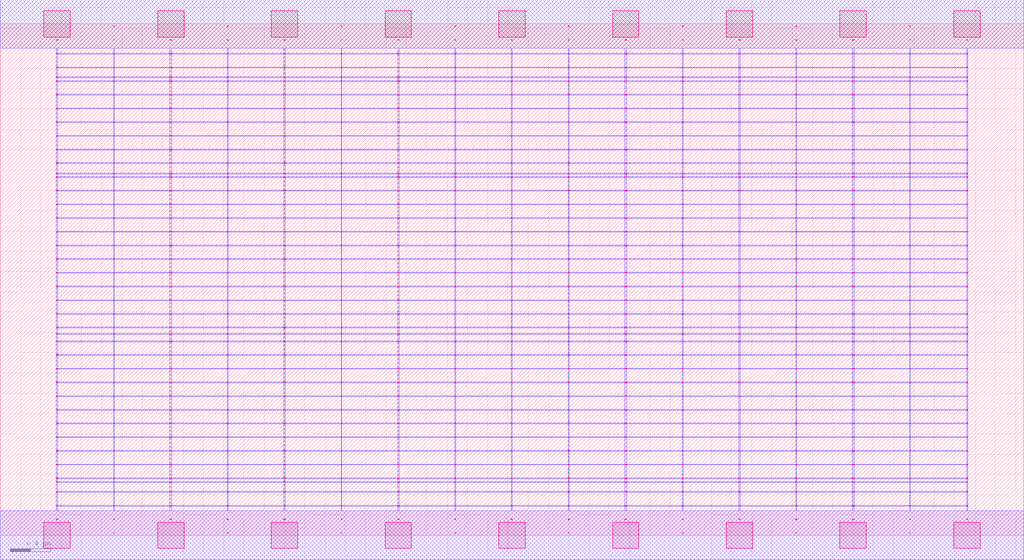
<source format=lef>
MACRO OOAOI2221_DEBUG
 CLASS CORE ;
 FOREIGN OOAOI2221_DEBUG 0 0 ;
 SIZE 10.08 BY 5.04 ;
 ORIGIN 0 0 ;
 SYMMETRY X Y R90 ;
 SITE unit ;

 OBS
    LAYER polycont ;
     RECT 5.03100000 2.58300000 5.04400000 2.59100000 ;
     RECT 5.03100000 2.71800000 5.04400000 2.72600000 ;
     RECT 5.03100000 2.85300000 5.04400000 2.86100000 ;
     RECT 5.03100000 2.98800000 5.04400000 2.99600000 ;
     RECT 7.27100000 2.58300000 7.28900000 2.59100000 ;
     RECT 7.83600000 2.58300000 7.84400000 2.59100000 ;
     RECT 8.39100000 2.58300000 8.40900000 2.59100000 ;
     RECT 8.95600000 2.58300000 8.96400000 2.59100000 ;
     RECT 9.51600000 2.58300000 9.52900000 2.59100000 ;
     RECT 5.59600000 2.58300000 5.60400000 2.59100000 ;
     RECT 5.59600000 2.71800000 5.60400000 2.72600000 ;
     RECT 6.15100000 2.71800000 6.16900000 2.72600000 ;
     RECT 6.71600000 2.71800000 6.72400000 2.72600000 ;
     RECT 7.27100000 2.71800000 7.28900000 2.72600000 ;
     RECT 7.83600000 2.71800000 7.84400000 2.72600000 ;
     RECT 8.39100000 2.71800000 8.40900000 2.72600000 ;
     RECT 8.95600000 2.71800000 8.96400000 2.72600000 ;
     RECT 9.51600000 2.71800000 9.52900000 2.72600000 ;
     RECT 6.15100000 2.58300000 6.16900000 2.59100000 ;
     RECT 5.59600000 2.85300000 5.60400000 2.86100000 ;
     RECT 6.15100000 2.85300000 6.16900000 2.86100000 ;
     RECT 6.71600000 2.85300000 6.72400000 2.86100000 ;
     RECT 7.27100000 2.85300000 7.28900000 2.86100000 ;
     RECT 7.83600000 2.85300000 7.84400000 2.86100000 ;
     RECT 8.39100000 2.85300000 8.40900000 2.86100000 ;
     RECT 8.95600000 2.85300000 8.96400000 2.86100000 ;
     RECT 9.51600000 2.85300000 9.52900000 2.86100000 ;
     RECT 6.71600000 2.58300000 6.72400000 2.59100000 ;
     RECT 5.59600000 2.98800000 5.60400000 2.99600000 ;
     RECT 6.15100000 2.98800000 6.16900000 2.99600000 ;
     RECT 6.71600000 2.98800000 6.72400000 2.99600000 ;
     RECT 7.27100000 2.98800000 7.28900000 2.99600000 ;
     RECT 7.83600000 2.98800000 7.84400000 2.99600000 ;
     RECT 8.39100000 2.98800000 8.40900000 2.99600000 ;
     RECT 8.95600000 2.98800000 8.96400000 2.99600000 ;
     RECT 9.51600000 2.98800000 9.52900000 2.99600000 ;
     RECT 1.67100000 2.85300000 1.68900000 2.86100000 ;
     RECT 2.23600000 2.85300000 2.24400000 2.86100000 ;
     RECT 2.79100000 2.85300000 2.80900000 2.86100000 ;
     RECT 3.35600000 2.85300000 3.36400000 2.86100000 ;
     RECT 3.91600000 2.85300000 3.92900000 2.86100000 ;
     RECT 4.47600000 2.85300000 4.48400000 2.86100000 ;
     RECT 1.11600000 2.71800000 1.12400000 2.72600000 ;
     RECT 1.67100000 2.71800000 1.68900000 2.72600000 ;
     RECT 2.23600000 2.71800000 2.24400000 2.72600000 ;
     RECT 2.79100000 2.71800000 2.80900000 2.72600000 ;
     RECT 3.35600000 2.71800000 3.36400000 2.72600000 ;
     RECT 3.91600000 2.71800000 3.92900000 2.72600000 ;
     RECT 4.47600000 2.71800000 4.48400000 2.72600000 ;
     RECT 1.11600000 2.58300000 1.12400000 2.59100000 ;
     RECT 1.67100000 2.58300000 1.68900000 2.59100000 ;
     RECT 0.55100000 2.98800000 0.56400000 2.99600000 ;
     RECT 1.11600000 2.98800000 1.12400000 2.99600000 ;
     RECT 1.67100000 2.98800000 1.68900000 2.99600000 ;
     RECT 2.23600000 2.98800000 2.24400000 2.99600000 ;
     RECT 2.79100000 2.98800000 2.80900000 2.99600000 ;
     RECT 3.35600000 2.98800000 3.36400000 2.99600000 ;
     RECT 3.91600000 2.98800000 3.92900000 2.99600000 ;
     RECT 4.47600000 2.98800000 4.48400000 2.99600000 ;
     RECT 2.23600000 2.58300000 2.24400000 2.59100000 ;
     RECT 2.79100000 2.58300000 2.80900000 2.59100000 ;
     RECT 3.35600000 2.58300000 3.36400000 2.59100000 ;
     RECT 3.91600000 2.58300000 3.92900000 2.59100000 ;
     RECT 4.47600000 2.58300000 4.48400000 2.59100000 ;
     RECT 0.55100000 2.58300000 0.56400000 2.59100000 ;
     RECT 0.55100000 2.71800000 0.56400000 2.72600000 ;
     RECT 0.55100000 2.85300000 0.56400000 2.86100000 ;
     RECT 1.11600000 2.85300000 1.12400000 2.86100000 ;
     RECT 4.47600000 3.12300000 4.48400000 3.13100000 ;
     RECT 4.47600000 3.25800000 4.48400000 3.26600000 ;
     RECT 4.47600000 3.39300000 4.48400000 3.40100000 ;
     RECT 4.47600000 3.52800000 4.48400000 3.53600000 ;
     RECT 4.47600000 3.56100000 4.48400000 3.56900000 ;
     RECT 4.47600000 3.66300000 4.48400000 3.67100000 ;
     RECT 4.47600000 3.79800000 4.48400000 3.80600000 ;
     RECT 4.47600000 3.93300000 4.48400000 3.94100000 ;
     RECT 4.47600000 4.06800000 4.48400000 4.07600000 ;
     RECT 4.47600000 4.20300000 4.48400000 4.21100000 ;
     RECT 4.47600000 4.33800000 4.48400000 4.34600000 ;
     RECT 4.47600000 4.47300000 4.48400000 4.48100000 ;
     RECT 4.47600000 4.51100000 4.48400000 4.51900000 ;
     RECT 4.47600000 4.60800000 4.48400000 4.61600000 ;
     RECT 4.47600000 4.74300000 4.48400000 4.75100000 ;
     RECT 4.47600000 4.87800000 4.48400000 4.88600000 ;
     RECT 8.95600000 0.42300000 8.96400000 0.43100000 ;
     RECT 9.51600000 0.42300000 9.52900000 0.43100000 ;
     RECT 8.95600000 0.52100000 8.96400000 0.52900000 ;
     RECT 9.51600000 0.52100000 9.52900000 0.52900000 ;
     RECT 8.95600000 0.55800000 8.96400000 0.56600000 ;
     RECT 9.51600000 0.55800000 9.52900000 0.56600000 ;
     RECT 8.95600000 0.69300000 8.96400000 0.70100000 ;
     RECT 9.51600000 0.69300000 9.52900000 0.70100000 ;
     RECT 8.95600000 0.82800000 8.96400000 0.83600000 ;
     RECT 9.51600000 0.82800000 9.52900000 0.83600000 ;
     RECT 8.95600000 0.96300000 8.96400000 0.97100000 ;
     RECT 9.51600000 0.96300000 9.52900000 0.97100000 ;
     RECT 8.95600000 1.09800000 8.96400000 1.10600000 ;
     RECT 9.51600000 1.09800000 9.52900000 1.10600000 ;
     RECT 8.95600000 1.23300000 8.96400000 1.24100000 ;
     RECT 9.51600000 1.23300000 9.52900000 1.24100000 ;
     RECT 8.95600000 1.36800000 8.96400000 1.37600000 ;
     RECT 9.51600000 1.36800000 9.52900000 1.37600000 ;
     RECT 8.95600000 1.50300000 8.96400000 1.51100000 ;
     RECT 9.51600000 1.50300000 9.52900000 1.51100000 ;
     RECT 8.95600000 1.63800000 8.96400000 1.64600000 ;
     RECT 9.51600000 1.63800000 9.52900000 1.64600000 ;
     RECT 8.95600000 1.77300000 8.96400000 1.78100000 ;
     RECT 9.51600000 1.77300000 9.52900000 1.78100000 ;
     RECT 8.95600000 1.90800000 8.96400000 1.91600000 ;
     RECT 9.51600000 1.90800000 9.52900000 1.91600000 ;
     RECT 8.95600000 1.98100000 8.96400000 1.98900000 ;
     RECT 9.51600000 1.98100000 9.52900000 1.98900000 ;
     RECT 8.95600000 2.04300000 8.96400000 2.05100000 ;
     RECT 9.51600000 2.04300000 9.52900000 2.05100000 ;
     RECT 8.95600000 2.17800000 8.96400000 2.18600000 ;
     RECT 9.51600000 2.17800000 9.52900000 2.18600000 ;
     RECT 8.95600000 2.31300000 8.96400000 2.32100000 ;
     RECT 9.51600000 2.31300000 9.52900000 2.32100000 ;
     RECT 8.95600000 2.44800000 8.96400000 2.45600000 ;
     RECT 9.51600000 2.44800000 9.52900000 2.45600000 ;
     RECT 8.95600000 0.15300000 8.96400000 0.16100000 ;
     RECT 9.51600000 0.15300000 9.52900000 0.16100000 ;
     RECT 8.95600000 0.28800000 8.96400000 0.29600000 ;
     RECT 9.51600000 0.28800000 9.52900000 0.29600000 ;

    LAYER pdiffc ;
     RECT 0.55100000 3.39300000 0.55900000 3.40100000 ;
     RECT 3.92100000 3.39300000 3.92900000 3.40100000 ;
     RECT 5.03100000 3.39300000 5.03900000 3.40100000 ;
     RECT 9.52100000 3.39300000 9.52900000 3.40100000 ;
     RECT 0.55100000 3.52800000 0.55900000 3.53600000 ;
     RECT 3.92100000 3.52800000 3.92900000 3.53600000 ;
     RECT 5.03100000 3.52800000 5.03900000 3.53600000 ;
     RECT 9.52100000 3.52800000 9.52900000 3.53600000 ;
     RECT 0.55100000 3.56100000 0.55900000 3.56900000 ;
     RECT 3.92100000 3.56100000 3.92900000 3.56900000 ;
     RECT 5.03100000 3.56100000 5.03900000 3.56900000 ;
     RECT 9.52100000 3.56100000 9.52900000 3.56900000 ;
     RECT 0.55100000 3.66300000 0.55900000 3.67100000 ;
     RECT 3.92100000 3.66300000 3.92900000 3.67100000 ;
     RECT 5.03100000 3.66300000 5.03900000 3.67100000 ;
     RECT 9.52100000 3.66300000 9.52900000 3.67100000 ;
     RECT 0.55100000 3.79800000 0.55900000 3.80600000 ;
     RECT 3.92100000 3.79800000 3.92900000 3.80600000 ;
     RECT 5.03100000 3.79800000 5.03900000 3.80600000 ;
     RECT 9.52100000 3.79800000 9.52900000 3.80600000 ;
     RECT 0.55100000 3.93300000 0.55900000 3.94100000 ;
     RECT 3.92100000 3.93300000 3.92900000 3.94100000 ;
     RECT 5.03100000 3.93300000 5.03900000 3.94100000 ;
     RECT 9.52100000 3.93300000 9.52900000 3.94100000 ;
     RECT 0.55100000 4.06800000 0.55900000 4.07600000 ;
     RECT 3.92100000 4.06800000 3.92900000 4.07600000 ;
     RECT 5.03100000 4.06800000 5.03900000 4.07600000 ;
     RECT 9.52100000 4.06800000 9.52900000 4.07600000 ;
     RECT 0.55100000 4.20300000 0.55900000 4.21100000 ;
     RECT 3.92100000 4.20300000 3.92900000 4.21100000 ;
     RECT 5.03100000 4.20300000 5.03900000 4.21100000 ;
     RECT 9.52100000 4.20300000 9.52900000 4.21100000 ;
     RECT 0.55100000 4.33800000 0.55900000 4.34600000 ;
     RECT 3.92100000 4.33800000 3.92900000 4.34600000 ;
     RECT 5.03100000 4.33800000 5.03900000 4.34600000 ;
     RECT 9.52100000 4.33800000 9.52900000 4.34600000 ;
     RECT 0.55100000 4.47300000 0.55900000 4.48100000 ;
     RECT 3.92100000 4.47300000 3.92900000 4.48100000 ;
     RECT 5.03100000 4.47300000 5.03900000 4.48100000 ;
     RECT 9.52100000 4.47300000 9.52900000 4.48100000 ;
     RECT 0.55100000 4.51100000 0.55900000 4.51900000 ;
     RECT 3.92100000 4.51100000 3.92900000 4.51900000 ;
     RECT 5.03100000 4.51100000 5.03900000 4.51900000 ;
     RECT 9.52100000 4.51100000 9.52900000 4.51900000 ;
     RECT 0.55100000 4.60800000 0.55900000 4.61600000 ;
     RECT 3.92100000 4.60800000 3.92900000 4.61600000 ;
     RECT 5.03100000 4.60800000 5.03900000 4.61600000 ;
     RECT 9.52100000 4.60800000 9.52900000 4.61600000 ;

    LAYER ndiffc ;
     RECT 5.03100000 0.42300000 5.04400000 0.43100000 ;
     RECT 6.15100000 0.42300000 6.16900000 0.43100000 ;
     RECT 7.27100000 0.42300000 7.28900000 0.43100000 ;
     RECT 8.39100000 0.42300000 8.40900000 0.43100000 ;
     RECT 5.03100000 0.52100000 5.04400000 0.52900000 ;
     RECT 6.15100000 0.52100000 6.16900000 0.52900000 ;
     RECT 7.27100000 0.52100000 7.28900000 0.52900000 ;
     RECT 8.39100000 0.52100000 8.40900000 0.52900000 ;
     RECT 5.03100000 0.55800000 5.04400000 0.56600000 ;
     RECT 6.15100000 0.55800000 6.16900000 0.56600000 ;
     RECT 7.27100000 0.55800000 7.28900000 0.56600000 ;
     RECT 8.39100000 0.55800000 8.40900000 0.56600000 ;
     RECT 5.03100000 0.69300000 5.04400000 0.70100000 ;
     RECT 6.15100000 0.69300000 6.16900000 0.70100000 ;
     RECT 7.27100000 0.69300000 7.28900000 0.70100000 ;
     RECT 8.39100000 0.69300000 8.40900000 0.70100000 ;
     RECT 5.03100000 0.82800000 5.04400000 0.83600000 ;
     RECT 6.15100000 0.82800000 6.16900000 0.83600000 ;
     RECT 7.27100000 0.82800000 7.28900000 0.83600000 ;
     RECT 8.39100000 0.82800000 8.40900000 0.83600000 ;
     RECT 5.03100000 0.96300000 5.04400000 0.97100000 ;
     RECT 6.15100000 0.96300000 6.16900000 0.97100000 ;
     RECT 7.27100000 0.96300000 7.28900000 0.97100000 ;
     RECT 8.39100000 0.96300000 8.40900000 0.97100000 ;
     RECT 5.03100000 1.09800000 5.04400000 1.10600000 ;
     RECT 6.15100000 1.09800000 6.16900000 1.10600000 ;
     RECT 7.27100000 1.09800000 7.28900000 1.10600000 ;
     RECT 8.39100000 1.09800000 8.40900000 1.10600000 ;
     RECT 5.03100000 1.23300000 5.04400000 1.24100000 ;
     RECT 6.15100000 1.23300000 6.16900000 1.24100000 ;
     RECT 7.27100000 1.23300000 7.28900000 1.24100000 ;
     RECT 8.39100000 1.23300000 8.40900000 1.24100000 ;
     RECT 5.03100000 1.36800000 5.04400000 1.37600000 ;
     RECT 6.15100000 1.36800000 6.16900000 1.37600000 ;
     RECT 7.27100000 1.36800000 7.28900000 1.37600000 ;
     RECT 8.39100000 1.36800000 8.40900000 1.37600000 ;
     RECT 5.03100000 1.50300000 5.04400000 1.51100000 ;
     RECT 6.15100000 1.50300000 6.16900000 1.51100000 ;
     RECT 7.27100000 1.50300000 7.28900000 1.51100000 ;
     RECT 8.39100000 1.50300000 8.40900000 1.51100000 ;
     RECT 5.03100000 1.63800000 5.04400000 1.64600000 ;
     RECT 6.15100000 1.63800000 6.16900000 1.64600000 ;
     RECT 7.27100000 1.63800000 7.28900000 1.64600000 ;
     RECT 8.39100000 1.63800000 8.40900000 1.64600000 ;
     RECT 5.03100000 1.77300000 5.04400000 1.78100000 ;
     RECT 6.15100000 1.77300000 6.16900000 1.78100000 ;
     RECT 7.27100000 1.77300000 7.28900000 1.78100000 ;
     RECT 8.39100000 1.77300000 8.40900000 1.78100000 ;
     RECT 5.03100000 1.90800000 5.04400000 1.91600000 ;
     RECT 6.15100000 1.90800000 6.16900000 1.91600000 ;
     RECT 7.27100000 1.90800000 7.28900000 1.91600000 ;
     RECT 8.39100000 1.90800000 8.40900000 1.91600000 ;
     RECT 5.03100000 1.98100000 5.04400000 1.98900000 ;
     RECT 6.15100000 1.98100000 6.16900000 1.98900000 ;
     RECT 7.27100000 1.98100000 7.28900000 1.98900000 ;
     RECT 8.39100000 1.98100000 8.40900000 1.98900000 ;
     RECT 5.03100000 2.04300000 5.04400000 2.05100000 ;
     RECT 6.15100000 2.04300000 6.16900000 2.05100000 ;
     RECT 7.27100000 2.04300000 7.28900000 2.05100000 ;
     RECT 8.39100000 2.04300000 8.40900000 2.05100000 ;
     RECT 0.55100000 0.42300000 0.56400000 0.43100000 ;
     RECT 1.67100000 0.42300000 1.68900000 0.43100000 ;
     RECT 2.79100000 0.42300000 2.80900000 0.43100000 ;
     RECT 3.91600000 0.42300000 3.92900000 0.43100000 ;
     RECT 0.55100000 1.36800000 0.56400000 1.37600000 ;
     RECT 1.67100000 1.36800000 1.68900000 1.37600000 ;
     RECT 2.79100000 1.36800000 2.80900000 1.37600000 ;
     RECT 3.91600000 1.36800000 3.92900000 1.37600000 ;
     RECT 0.55100000 0.82800000 0.56400000 0.83600000 ;
     RECT 1.67100000 0.82800000 1.68900000 0.83600000 ;
     RECT 2.79100000 0.82800000 2.80900000 0.83600000 ;
     RECT 3.91600000 0.82800000 3.92900000 0.83600000 ;
     RECT 0.55100000 1.50300000 0.56400000 1.51100000 ;
     RECT 1.67100000 1.50300000 1.68900000 1.51100000 ;
     RECT 2.79100000 1.50300000 2.80900000 1.51100000 ;
     RECT 3.91600000 1.50300000 3.92900000 1.51100000 ;
     RECT 0.55100000 0.55800000 0.56400000 0.56600000 ;
     RECT 1.67100000 0.55800000 1.68900000 0.56600000 ;
     RECT 2.79100000 0.55800000 2.80900000 0.56600000 ;
     RECT 3.91600000 0.55800000 3.92900000 0.56600000 ;
     RECT 0.55100000 1.63800000 0.56400000 1.64600000 ;
     RECT 1.67100000 1.63800000 1.68900000 1.64600000 ;
     RECT 2.79100000 1.63800000 2.80900000 1.64600000 ;
     RECT 3.91600000 1.63800000 3.92900000 1.64600000 ;
     RECT 0.55100000 0.96300000 0.56400000 0.97100000 ;
     RECT 1.67100000 0.96300000 1.68900000 0.97100000 ;
     RECT 2.79100000 0.96300000 2.80900000 0.97100000 ;
     RECT 3.91600000 0.96300000 3.92900000 0.97100000 ;
     RECT 0.55100000 1.77300000 0.56400000 1.78100000 ;
     RECT 1.67100000 1.77300000 1.68900000 1.78100000 ;
     RECT 2.79100000 1.77300000 2.80900000 1.78100000 ;
     RECT 3.91600000 1.77300000 3.92900000 1.78100000 ;
     RECT 0.55100000 0.52100000 0.56400000 0.52900000 ;
     RECT 1.67100000 0.52100000 1.68900000 0.52900000 ;
     RECT 2.79100000 0.52100000 2.80900000 0.52900000 ;
     RECT 3.91600000 0.52100000 3.92900000 0.52900000 ;
     RECT 0.55100000 1.90800000 0.56400000 1.91600000 ;
     RECT 1.67100000 1.90800000 1.68900000 1.91600000 ;
     RECT 2.79100000 1.90800000 2.80900000 1.91600000 ;
     RECT 3.91600000 1.90800000 3.92900000 1.91600000 ;
     RECT 0.55100000 1.09800000 0.56400000 1.10600000 ;
     RECT 1.67100000 1.09800000 1.68900000 1.10600000 ;
     RECT 2.79100000 1.09800000 2.80900000 1.10600000 ;
     RECT 3.91600000 1.09800000 3.92900000 1.10600000 ;
     RECT 0.55100000 1.98100000 0.56400000 1.98900000 ;
     RECT 1.67100000 1.98100000 1.68900000 1.98900000 ;
     RECT 2.79100000 1.98100000 2.80900000 1.98900000 ;
     RECT 3.91600000 1.98100000 3.92900000 1.98900000 ;
     RECT 0.55100000 0.69300000 0.56400000 0.70100000 ;
     RECT 1.67100000 0.69300000 1.68900000 0.70100000 ;
     RECT 2.79100000 0.69300000 2.80900000 0.70100000 ;
     RECT 3.91600000 0.69300000 3.92900000 0.70100000 ;
     RECT 0.55100000 2.04300000 0.56400000 2.05100000 ;
     RECT 1.67100000 2.04300000 1.68900000 2.05100000 ;
     RECT 2.79100000 2.04300000 2.80900000 2.05100000 ;
     RECT 3.91600000 2.04300000 3.92900000 2.05100000 ;
     RECT 0.55100000 1.23300000 0.56400000 1.24100000 ;
     RECT 1.67100000 1.23300000 1.68900000 1.24100000 ;
     RECT 2.79100000 1.23300000 2.80900000 1.24100000 ;
     RECT 3.91600000 1.23300000 3.92900000 1.24100000 ;

    LAYER met1 ;
     RECT 0.00000000 -0.24000000 10.08000000 0.24000000 ;
     RECT 5.03100000 0.24000000 5.04400000 0.28800000 ;
     RECT 0.55100000 0.28800000 9.52900000 0.29600000 ;
     RECT 5.03100000 0.29600000 5.04400000 0.42300000 ;
     RECT 0.55100000 0.42300000 9.52900000 0.43100000 ;
     RECT 5.03100000 0.43100000 5.04400000 0.52100000 ;
     RECT 0.55100000 0.52100000 9.52900000 0.52900000 ;
     RECT 5.03100000 0.52900000 5.04400000 0.55800000 ;
     RECT 0.55100000 0.55800000 9.52900000 0.56600000 ;
     RECT 5.03100000 0.56600000 5.04400000 0.69300000 ;
     RECT 0.55100000 0.69300000 9.52900000 0.70100000 ;
     RECT 5.03100000 0.70100000 5.04400000 0.82800000 ;
     RECT 0.55100000 0.82800000 9.52900000 0.83600000 ;
     RECT 5.03100000 0.83600000 5.04400000 0.96300000 ;
     RECT 0.55100000 0.96300000 9.52900000 0.97100000 ;
     RECT 5.03100000 0.97100000 5.04400000 1.09800000 ;
     RECT 0.55100000 1.09800000 9.52900000 1.10600000 ;
     RECT 5.03100000 1.10600000 5.04400000 1.23300000 ;
     RECT 0.55100000 1.23300000 9.52900000 1.24100000 ;
     RECT 5.03100000 1.24100000 5.04400000 1.36800000 ;
     RECT 0.55100000 1.36800000 9.52900000 1.37600000 ;
     RECT 5.03100000 1.37600000 5.04400000 1.50300000 ;
     RECT 0.55100000 1.50300000 9.52900000 1.51100000 ;
     RECT 5.03100000 1.51100000 5.04400000 1.63800000 ;
     RECT 0.55100000 1.63800000 9.52900000 1.64600000 ;
     RECT 5.03100000 1.64600000 5.04400000 1.77300000 ;
     RECT 0.55100000 1.77300000 9.52900000 1.78100000 ;
     RECT 5.03100000 1.78100000 5.04400000 1.90800000 ;
     RECT 0.55100000 1.90800000 9.52900000 1.91600000 ;
     RECT 5.03100000 1.91600000 5.04400000 1.98100000 ;
     RECT 0.55100000 1.98100000 9.52900000 1.98900000 ;
     RECT 5.03100000 1.98900000 5.04400000 2.04300000 ;
     RECT 0.55100000 2.04300000 9.52900000 2.05100000 ;
     RECT 5.03100000 2.05100000 5.04400000 2.17800000 ;
     RECT 0.55100000 2.17800000 9.52900000 2.18600000 ;
     RECT 5.03100000 2.18600000 5.04400000 2.31300000 ;
     RECT 0.55100000 2.31300000 9.52900000 2.32100000 ;
     RECT 5.03100000 2.32100000 5.04400000 2.44800000 ;
     RECT 0.55100000 2.44800000 9.52900000 2.45600000 ;
     RECT 0.55100000 2.45600000 0.56400000 2.58300000 ;
     RECT 1.11600000 2.45600000 1.12400000 2.58300000 ;
     RECT 1.67100000 2.45600000 1.68900000 2.58300000 ;
     RECT 2.23600000 2.45600000 2.24400000 2.58300000 ;
     RECT 2.79100000 2.45600000 2.80900000 2.58300000 ;
     RECT 3.35600000 2.45600000 3.36400000 2.58300000 ;
     RECT 3.91600000 2.45600000 3.92900000 2.58300000 ;
     RECT 4.47600000 2.45600000 4.48400000 2.58300000 ;
     RECT 5.03100000 2.45600000 5.04400000 2.58300000 ;
     RECT 5.59600000 2.45600000 5.60400000 2.58300000 ;
     RECT 6.15100000 2.45600000 6.16900000 2.58300000 ;
     RECT 6.71600000 2.45600000 6.72400000 2.58300000 ;
     RECT 7.27100000 2.45600000 7.28900000 2.58300000 ;
     RECT 7.83600000 2.45600000 7.84400000 2.58300000 ;
     RECT 8.39100000 2.45600000 8.40900000 2.58300000 ;
     RECT 8.95600000 2.45600000 8.96400000 2.58300000 ;
     RECT 9.51600000 2.45600000 9.52900000 2.58300000 ;
     RECT 0.55100000 2.58300000 9.52900000 2.59100000 ;
     RECT 5.03100000 2.59100000 5.04400000 2.71800000 ;
     RECT 0.55100000 2.71800000 9.52900000 2.72600000 ;
     RECT 5.03100000 2.72600000 5.04400000 2.85300000 ;
     RECT 0.55100000 2.85300000 9.52900000 2.86100000 ;
     RECT 5.03100000 2.86100000 5.04400000 2.98800000 ;
     RECT 0.55100000 2.98800000 9.52900000 2.99600000 ;
     RECT 5.03100000 2.99600000 5.04400000 3.12300000 ;
     RECT 0.55100000 3.12300000 9.52900000 3.13100000 ;
     RECT 5.03100000 3.13100000 5.04400000 3.25800000 ;
     RECT 0.55100000 3.25800000 9.52900000 3.26600000 ;
     RECT 5.03100000 3.26600000 5.04400000 3.39300000 ;
     RECT 0.55100000 3.39300000 9.52900000 3.40100000 ;
     RECT 5.03100000 3.40100000 5.04400000 3.52800000 ;
     RECT 0.55100000 3.52800000 9.52900000 3.53600000 ;
     RECT 5.03100000 3.53600000 5.04400000 3.56100000 ;
     RECT 0.55100000 3.56100000 9.52900000 3.56900000 ;
     RECT 5.03100000 3.56900000 5.04400000 3.66300000 ;
     RECT 0.55100000 3.66300000 9.52900000 3.67100000 ;
     RECT 5.03100000 3.67100000 5.04400000 3.79800000 ;
     RECT 0.55100000 3.79800000 9.52900000 3.80600000 ;
     RECT 5.03100000 3.80600000 5.04400000 3.93300000 ;
     RECT 0.55100000 3.93300000 9.52900000 3.94100000 ;
     RECT 5.03100000 3.94100000 5.04400000 4.06800000 ;
     RECT 0.55100000 4.06800000 9.52900000 4.07600000 ;
     RECT 5.03100000 4.07600000 5.04400000 4.20300000 ;
     RECT 0.55100000 4.20300000 9.52900000 4.21100000 ;
     RECT 5.03100000 4.21100000 5.04400000 4.33800000 ;
     RECT 0.55100000 4.33800000 9.52900000 4.34600000 ;
     RECT 5.03100000 4.34600000 5.04400000 4.47300000 ;
     RECT 0.55100000 4.47300000 9.52900000 4.48100000 ;
     RECT 5.03100000 4.48100000 5.04400000 4.51100000 ;
     RECT 0.55100000 4.51100000 9.52900000 4.51900000 ;
     RECT 5.03100000 4.51900000 5.04400000 4.60800000 ;
     RECT 0.55100000 4.60800000 9.52900000 4.61600000 ;
     RECT 5.03100000 4.61600000 5.04400000 4.74300000 ;
     RECT 0.55100000 4.74300000 9.52900000 4.75100000 ;
     RECT 5.03100000 4.75100000 5.04400000 4.80000000 ;
     RECT 0.00000000 4.80000000 10.08000000 5.28000000 ;
     RECT 5.59600000 3.80600000 5.60400000 3.93300000 ;
     RECT 6.15100000 3.80600000 6.16900000 3.93300000 ;
     RECT 6.71600000 3.80600000 6.72400000 3.93300000 ;
     RECT 7.27100000 3.80600000 7.28900000 3.93300000 ;
     RECT 7.83600000 3.80600000 7.84400000 3.93300000 ;
     RECT 8.39100000 3.80600000 8.40900000 3.93300000 ;
     RECT 8.95600000 3.80600000 8.96400000 3.93300000 ;
     RECT 9.51600000 3.80600000 9.52900000 3.93300000 ;
     RECT 7.83600000 3.94100000 7.84400000 4.06800000 ;
     RECT 8.39100000 3.94100000 8.40900000 4.06800000 ;
     RECT 8.95600000 3.94100000 8.96400000 4.06800000 ;
     RECT 9.51600000 3.94100000 9.52900000 4.06800000 ;
     RECT 7.83600000 4.07600000 7.84400000 4.20300000 ;
     RECT 8.39100000 4.07600000 8.40900000 4.20300000 ;
     RECT 8.95600000 4.07600000 8.96400000 4.20300000 ;
     RECT 9.51600000 4.07600000 9.52900000 4.20300000 ;
     RECT 7.83600000 4.21100000 7.84400000 4.33800000 ;
     RECT 8.39100000 4.21100000 8.40900000 4.33800000 ;
     RECT 8.95600000 4.21100000 8.96400000 4.33800000 ;
     RECT 9.51600000 4.21100000 9.52900000 4.33800000 ;
     RECT 7.83600000 4.34600000 7.84400000 4.47300000 ;
     RECT 8.39100000 4.34600000 8.40900000 4.47300000 ;
     RECT 8.95600000 4.34600000 8.96400000 4.47300000 ;
     RECT 9.51600000 4.34600000 9.52900000 4.47300000 ;
     RECT 7.83600000 4.48100000 7.84400000 4.51100000 ;
     RECT 8.39100000 4.48100000 8.40900000 4.51100000 ;
     RECT 8.95600000 4.48100000 8.96400000 4.51100000 ;
     RECT 9.51600000 4.48100000 9.52900000 4.51100000 ;
     RECT 7.83600000 4.51900000 7.84400000 4.60800000 ;
     RECT 8.39100000 4.51900000 8.40900000 4.60800000 ;
     RECT 8.95600000 4.51900000 8.96400000 4.60800000 ;
     RECT 9.51600000 4.51900000 9.52900000 4.60800000 ;
     RECT 7.83600000 4.61600000 7.84400000 4.74300000 ;
     RECT 8.39100000 4.61600000 8.40900000 4.74300000 ;
     RECT 8.95600000 4.61600000 8.96400000 4.74300000 ;
     RECT 9.51600000 4.61600000 9.52900000 4.74300000 ;
     RECT 7.83600000 4.75100000 7.84400000 4.80000000 ;
     RECT 8.39100000 4.75100000 8.40900000 4.80000000 ;
     RECT 8.95600000 4.75100000 8.96400000 4.80000000 ;
     RECT 9.51600000 4.75100000 9.52900000 4.80000000 ;
     RECT 5.59600000 4.48100000 5.60400000 4.51100000 ;
     RECT 6.15100000 4.48100000 6.16900000 4.51100000 ;
     RECT 6.71600000 4.48100000 6.72400000 4.51100000 ;
     RECT 7.27100000 4.48100000 7.28900000 4.51100000 ;
     RECT 5.59600000 4.21100000 5.60400000 4.33800000 ;
     RECT 6.15100000 4.21100000 6.16900000 4.33800000 ;
     RECT 6.71600000 4.21100000 6.72400000 4.33800000 ;
     RECT 7.27100000 4.21100000 7.28900000 4.33800000 ;
     RECT 5.59600000 4.51900000 5.60400000 4.60800000 ;
     RECT 6.15100000 4.51900000 6.16900000 4.60800000 ;
     RECT 6.71600000 4.51900000 6.72400000 4.60800000 ;
     RECT 7.27100000 4.51900000 7.28900000 4.60800000 ;
     RECT 5.59600000 4.07600000 5.60400000 4.20300000 ;
     RECT 6.15100000 4.07600000 6.16900000 4.20300000 ;
     RECT 6.71600000 4.07600000 6.72400000 4.20300000 ;
     RECT 7.27100000 4.07600000 7.28900000 4.20300000 ;
     RECT 5.59600000 4.61600000 5.60400000 4.74300000 ;
     RECT 6.15100000 4.61600000 6.16900000 4.74300000 ;
     RECT 6.71600000 4.61600000 6.72400000 4.74300000 ;
     RECT 7.27100000 4.61600000 7.28900000 4.74300000 ;
     RECT 5.59600000 4.34600000 5.60400000 4.47300000 ;
     RECT 6.15100000 4.34600000 6.16900000 4.47300000 ;
     RECT 6.71600000 4.34600000 6.72400000 4.47300000 ;
     RECT 7.27100000 4.34600000 7.28900000 4.47300000 ;
     RECT 5.59600000 4.75100000 5.60400000 4.80000000 ;
     RECT 6.15100000 4.75100000 6.16900000 4.80000000 ;
     RECT 6.71600000 4.75100000 6.72400000 4.80000000 ;
     RECT 7.27100000 4.75100000 7.28900000 4.80000000 ;
     RECT 5.59600000 3.94100000 5.60400000 4.06800000 ;
     RECT 6.15100000 3.94100000 6.16900000 4.06800000 ;
     RECT 6.71600000 3.94100000 6.72400000 4.06800000 ;
     RECT 7.27100000 3.94100000 7.28900000 4.06800000 ;
     RECT 5.59600000 2.59100000 5.60400000 2.71800000 ;
     RECT 6.15100000 2.59100000 6.16900000 2.71800000 ;
     RECT 5.59600000 3.26600000 5.60400000 3.39300000 ;
     RECT 6.15100000 3.26600000 6.16900000 3.39300000 ;
     RECT 5.59600000 2.86100000 5.60400000 2.98800000 ;
     RECT 6.15100000 2.86100000 6.16900000 2.98800000 ;
     RECT 6.71600000 3.26600000 6.72400000 3.39300000 ;
     RECT 7.27100000 3.26600000 7.28900000 3.39300000 ;
     RECT 5.59600000 2.72600000 5.60400000 2.85300000 ;
     RECT 6.15100000 2.72600000 6.16900000 2.85300000 ;
     RECT 5.59600000 3.40100000 5.60400000 3.52800000 ;
     RECT 6.15100000 3.40100000 6.16900000 3.52800000 ;
     RECT 5.59600000 2.99600000 5.60400000 3.12300000 ;
     RECT 6.15100000 2.99600000 6.16900000 3.12300000 ;
     RECT 6.71600000 3.40100000 6.72400000 3.52800000 ;
     RECT 7.27100000 3.40100000 7.28900000 3.52800000 ;
     RECT 6.71600000 2.86100000 6.72400000 2.98800000 ;
     RECT 7.27100000 2.86100000 7.28900000 2.98800000 ;
     RECT 6.71600000 2.72600000 6.72400000 2.85300000 ;
     RECT 7.27100000 2.72600000 7.28900000 2.85300000 ;
     RECT 5.59600000 3.53600000 5.60400000 3.56100000 ;
     RECT 6.15100000 3.53600000 6.16900000 3.56100000 ;
     RECT 6.71600000 2.99600000 6.72400000 3.12300000 ;
     RECT 7.27100000 2.99600000 7.28900000 3.12300000 ;
     RECT 6.71600000 3.53600000 6.72400000 3.56100000 ;
     RECT 7.27100000 3.53600000 7.28900000 3.56100000 ;
     RECT 5.59600000 3.56900000 5.60400000 3.66300000 ;
     RECT 6.15100000 3.56900000 6.16900000 3.66300000 ;
     RECT 6.71600000 3.56900000 6.72400000 3.66300000 ;
     RECT 7.27100000 3.56900000 7.28900000 3.66300000 ;
     RECT 5.59600000 3.67100000 5.60400000 3.79800000 ;
     RECT 6.15100000 3.67100000 6.16900000 3.79800000 ;
     RECT 6.71600000 3.67100000 6.72400000 3.79800000 ;
     RECT 7.27100000 3.67100000 7.28900000 3.79800000 ;
     RECT 6.71600000 2.59100000 6.72400000 2.71800000 ;
     RECT 7.27100000 2.59100000 7.28900000 2.71800000 ;
     RECT 5.59600000 3.13100000 5.60400000 3.25800000 ;
     RECT 6.15100000 3.13100000 6.16900000 3.25800000 ;
     RECT 6.71600000 3.13100000 6.72400000 3.25800000 ;
     RECT 7.27100000 3.13100000 7.28900000 3.25800000 ;
     RECT 8.39100000 2.59100000 8.40900000 2.71800000 ;
     RECT 9.51600000 2.99600000 9.52900000 3.12300000 ;
     RECT 7.83600000 3.13100000 7.84400000 3.25800000 ;
     RECT 7.83600000 3.56900000 7.84400000 3.66300000 ;
     RECT 8.39100000 3.56900000 8.40900000 3.66300000 ;
     RECT 8.95600000 3.56900000 8.96400000 3.66300000 ;
     RECT 9.51600000 3.56900000 9.52900000 3.66300000 ;
     RECT 8.95600000 2.72600000 8.96400000 2.85300000 ;
     RECT 9.51600000 2.72600000 9.52900000 2.85300000 ;
     RECT 8.39100000 3.13100000 8.40900000 3.25800000 ;
     RECT 7.83600000 3.40100000 7.84400000 3.52800000 ;
     RECT 8.39100000 3.40100000 8.40900000 3.52800000 ;
     RECT 8.95600000 3.40100000 8.96400000 3.52800000 ;
     RECT 7.83600000 3.67100000 7.84400000 3.79800000 ;
     RECT 8.39100000 3.67100000 8.40900000 3.79800000 ;
     RECT 8.95600000 3.67100000 8.96400000 3.79800000 ;
     RECT 7.83600000 2.86100000 7.84400000 2.98800000 ;
     RECT 8.39100000 2.86100000 8.40900000 2.98800000 ;
     RECT 9.51600000 3.67100000 9.52900000 3.79800000 ;
     RECT 9.51600000 3.40100000 9.52900000 3.52800000 ;
     RECT 8.95600000 3.13100000 8.96400000 3.25800000 ;
     RECT 7.83600000 3.26600000 7.84400000 3.39300000 ;
     RECT 8.39100000 3.26600000 8.40900000 3.39300000 ;
     RECT 8.95600000 3.26600000 8.96400000 3.39300000 ;
     RECT 9.51600000 3.26600000 9.52900000 3.39300000 ;
     RECT 9.51600000 3.13100000 9.52900000 3.25800000 ;
     RECT 8.95600000 2.86100000 8.96400000 2.98800000 ;
     RECT 9.51600000 2.86100000 9.52900000 2.98800000 ;
     RECT 7.83600000 3.53600000 7.84400000 3.56100000 ;
     RECT 7.83600000 2.99600000 7.84400000 3.12300000 ;
     RECT 8.39100000 2.99600000 8.40900000 3.12300000 ;
     RECT 8.39100000 3.53600000 8.40900000 3.56100000 ;
     RECT 8.95600000 3.53600000 8.96400000 3.56100000 ;
     RECT 9.51600000 3.53600000 9.52900000 3.56100000 ;
     RECT 7.83600000 2.72600000 7.84400000 2.85300000 ;
     RECT 8.39100000 2.72600000 8.40900000 2.85300000 ;
     RECT 8.95600000 2.59100000 8.96400000 2.71800000 ;
     RECT 9.51600000 2.59100000 9.52900000 2.71800000 ;
     RECT 7.83600000 2.59100000 7.84400000 2.71800000 ;
     RECT 8.95600000 2.99600000 8.96400000 3.12300000 ;
     RECT 0.55100000 3.80600000 0.56400000 3.93300000 ;
     RECT 1.11600000 3.80600000 1.12400000 3.93300000 ;
     RECT 1.67100000 3.80600000 1.68900000 3.93300000 ;
     RECT 2.23600000 3.80600000 2.24400000 3.93300000 ;
     RECT 2.79100000 3.80600000 2.80900000 3.93300000 ;
     RECT 3.35600000 3.80600000 3.36400000 3.93300000 ;
     RECT 3.91600000 3.80600000 3.92900000 3.93300000 ;
     RECT 4.47600000 3.80600000 4.48400000 3.93300000 ;
     RECT 2.79100000 4.21100000 2.80900000 4.33800000 ;
     RECT 3.35600000 4.21100000 3.36400000 4.33800000 ;
     RECT 3.91600000 4.21100000 3.92900000 4.33800000 ;
     RECT 4.47600000 4.21100000 4.48400000 4.33800000 ;
     RECT 2.79100000 4.34600000 2.80900000 4.47300000 ;
     RECT 3.35600000 4.34600000 3.36400000 4.47300000 ;
     RECT 3.91600000 4.34600000 3.92900000 4.47300000 ;
     RECT 4.47600000 4.34600000 4.48400000 4.47300000 ;
     RECT 2.79100000 4.48100000 2.80900000 4.51100000 ;
     RECT 3.35600000 4.48100000 3.36400000 4.51100000 ;
     RECT 3.91600000 4.48100000 3.92900000 4.51100000 ;
     RECT 4.47600000 4.48100000 4.48400000 4.51100000 ;
     RECT 2.79100000 4.51900000 2.80900000 4.60800000 ;
     RECT 3.35600000 4.51900000 3.36400000 4.60800000 ;
     RECT 3.91600000 4.51900000 3.92900000 4.60800000 ;
     RECT 4.47600000 4.51900000 4.48400000 4.60800000 ;
     RECT 2.79100000 4.61600000 2.80900000 4.74300000 ;
     RECT 3.35600000 4.61600000 3.36400000 4.74300000 ;
     RECT 3.91600000 4.61600000 3.92900000 4.74300000 ;
     RECT 4.47600000 4.61600000 4.48400000 4.74300000 ;
     RECT 2.79100000 4.75100000 2.80900000 4.80000000 ;
     RECT 3.35600000 4.75100000 3.36400000 4.80000000 ;
     RECT 3.91600000 4.75100000 3.92900000 4.80000000 ;
     RECT 4.47600000 4.75100000 4.48400000 4.80000000 ;
     RECT 2.79100000 3.94100000 2.80900000 4.06800000 ;
     RECT 3.35600000 3.94100000 3.36400000 4.06800000 ;
     RECT 3.91600000 3.94100000 3.92900000 4.06800000 ;
     RECT 4.47600000 3.94100000 4.48400000 4.06800000 ;
     RECT 2.79100000 4.07600000 2.80900000 4.20300000 ;
     RECT 3.35600000 4.07600000 3.36400000 4.20300000 ;
     RECT 3.91600000 4.07600000 3.92900000 4.20300000 ;
     RECT 4.47600000 4.07600000 4.48400000 4.20300000 ;
     RECT 0.55100000 4.51900000 0.56400000 4.60800000 ;
     RECT 1.11600000 4.51900000 1.12400000 4.60800000 ;
     RECT 1.67100000 4.51900000 1.68900000 4.60800000 ;
     RECT 2.23600000 4.51900000 2.24400000 4.60800000 ;
     RECT 0.55100000 4.07600000 0.56400000 4.20300000 ;
     RECT 1.11600000 4.07600000 1.12400000 4.20300000 ;
     RECT 1.67100000 4.07600000 1.68900000 4.20300000 ;
     RECT 2.23600000 4.07600000 2.24400000 4.20300000 ;
     RECT 0.55100000 4.61600000 0.56400000 4.74300000 ;
     RECT 1.11600000 4.61600000 1.12400000 4.74300000 ;
     RECT 1.67100000 4.61600000 1.68900000 4.74300000 ;
     RECT 2.23600000 4.61600000 2.24400000 4.74300000 ;
     RECT 0.55100000 4.34600000 0.56400000 4.47300000 ;
     RECT 1.11600000 4.34600000 1.12400000 4.47300000 ;
     RECT 1.67100000 4.34600000 1.68900000 4.47300000 ;
     RECT 2.23600000 4.34600000 2.24400000 4.47300000 ;
     RECT 0.55100000 4.75100000 0.56400000 4.80000000 ;
     RECT 1.11600000 4.75100000 1.12400000 4.80000000 ;
     RECT 1.67100000 4.75100000 1.68900000 4.80000000 ;
     RECT 2.23600000 4.75100000 2.24400000 4.80000000 ;
     RECT 0.55100000 3.94100000 0.56400000 4.06800000 ;
     RECT 1.11600000 3.94100000 1.12400000 4.06800000 ;
     RECT 1.67100000 3.94100000 1.68900000 4.06800000 ;
     RECT 2.23600000 3.94100000 2.24400000 4.06800000 ;
     RECT 0.55100000 4.48100000 0.56400000 4.51100000 ;
     RECT 1.11600000 4.48100000 1.12400000 4.51100000 ;
     RECT 1.67100000 4.48100000 1.68900000 4.51100000 ;
     RECT 2.23600000 4.48100000 2.24400000 4.51100000 ;
     RECT 0.55100000 4.21100000 0.56400000 4.33800000 ;
     RECT 1.11600000 4.21100000 1.12400000 4.33800000 ;
     RECT 1.67100000 4.21100000 1.68900000 4.33800000 ;
     RECT 2.23600000 4.21100000 2.24400000 4.33800000 ;
     RECT 1.67100000 2.86100000 1.68900000 2.98800000 ;
     RECT 2.23600000 2.86100000 2.24400000 2.98800000 ;
     RECT 0.55100000 3.13100000 0.56400000 3.25800000 ;
     RECT 1.11600000 3.13100000 1.12400000 3.25800000 ;
     RECT 1.67100000 3.13100000 1.68900000 3.25800000 ;
     RECT 2.23600000 3.13100000 2.24400000 3.25800000 ;
     RECT 0.55100000 3.67100000 0.56400000 3.79800000 ;
     RECT 1.11600000 3.67100000 1.12400000 3.79800000 ;
     RECT 1.67100000 3.67100000 1.68900000 3.79800000 ;
     RECT 2.23600000 3.67100000 2.24400000 3.79800000 ;
     RECT 0.55100000 2.59100000 0.56400000 2.71800000 ;
     RECT 1.11600000 2.59100000 1.12400000 2.71800000 ;
     RECT 0.55100000 2.72600000 0.56400000 2.85300000 ;
     RECT 1.11600000 2.72600000 1.12400000 2.85300000 ;
     RECT 0.55100000 2.86100000 0.56400000 2.98800000 ;
     RECT 1.11600000 2.86100000 1.12400000 2.98800000 ;
     RECT 0.55100000 3.53600000 0.56400000 3.56100000 ;
     RECT 1.11600000 3.53600000 1.12400000 3.56100000 ;
     RECT 0.55100000 3.26600000 0.56400000 3.39300000 ;
     RECT 1.11600000 3.26600000 1.12400000 3.39300000 ;
     RECT 1.67100000 3.26600000 1.68900000 3.39300000 ;
     RECT 2.23600000 3.26600000 2.24400000 3.39300000 ;
     RECT 1.67100000 2.59100000 1.68900000 2.71800000 ;
     RECT 2.23600000 2.59100000 2.24400000 2.71800000 ;
     RECT 0.55100000 3.56900000 0.56400000 3.66300000 ;
     RECT 1.11600000 3.56900000 1.12400000 3.66300000 ;
     RECT 1.67100000 3.56900000 1.68900000 3.66300000 ;
     RECT 2.23600000 3.56900000 2.24400000 3.66300000 ;
     RECT 1.67100000 3.53600000 1.68900000 3.56100000 ;
     RECT 2.23600000 3.53600000 2.24400000 3.56100000 ;
     RECT 1.67100000 2.99600000 1.68900000 3.12300000 ;
     RECT 2.23600000 2.99600000 2.24400000 3.12300000 ;
     RECT 0.55100000 3.40100000 0.56400000 3.52800000 ;
     RECT 1.11600000 3.40100000 1.12400000 3.52800000 ;
     RECT 0.55100000 2.99600000 0.56400000 3.12300000 ;
     RECT 1.11600000 2.99600000 1.12400000 3.12300000 ;
     RECT 1.67100000 2.72600000 1.68900000 2.85300000 ;
     RECT 2.23600000 2.72600000 2.24400000 2.85300000 ;
     RECT 1.67100000 3.40100000 1.68900000 3.52800000 ;
     RECT 2.23600000 3.40100000 2.24400000 3.52800000 ;
     RECT 2.79100000 3.67100000 2.80900000 3.79800000 ;
     RECT 3.35600000 3.67100000 3.36400000 3.79800000 ;
     RECT 3.91600000 3.67100000 3.92900000 3.79800000 ;
     RECT 4.47600000 3.67100000 4.48400000 3.79800000 ;
     RECT 2.79100000 3.40100000 2.80900000 3.52800000 ;
     RECT 3.35600000 3.40100000 3.36400000 3.52800000 ;
     RECT 3.91600000 3.40100000 3.92900000 3.52800000 ;
     RECT 4.47600000 3.40100000 4.48400000 3.52800000 ;
     RECT 2.79100000 3.53600000 2.80900000 3.56100000 ;
     RECT 3.35600000 3.53600000 3.36400000 3.56100000 ;
     RECT 3.91600000 3.56900000 3.92900000 3.66300000 ;
     RECT 4.47600000 3.56900000 4.48400000 3.66300000 ;
     RECT 2.79100000 2.86100000 2.80900000 2.98800000 ;
     RECT 3.35600000 2.86100000 3.36400000 2.98800000 ;
     RECT 3.91600000 2.86100000 3.92900000 2.98800000 ;
     RECT 4.47600000 2.86100000 4.48400000 2.98800000 ;
     RECT 2.79100000 3.26600000 2.80900000 3.39300000 ;
     RECT 3.35600000 3.26600000 3.36400000 3.39300000 ;
     RECT 3.91600000 3.26600000 3.92900000 3.39300000 ;
     RECT 4.47600000 3.26600000 4.48400000 3.39300000 ;
     RECT 3.91600000 3.53600000 3.92900000 3.56100000 ;
     RECT 4.47600000 3.53600000 4.48400000 3.56100000 ;
     RECT 2.79100000 2.72600000 2.80900000 2.85300000 ;
     RECT 3.35600000 2.72600000 3.36400000 2.85300000 ;
     RECT 2.79100000 3.13100000 2.80900000 3.25800000 ;
     RECT 3.35600000 3.13100000 3.36400000 3.25800000 ;
     RECT 3.91600000 3.13100000 3.92900000 3.25800000 ;
     RECT 4.47600000 3.13100000 4.48400000 3.25800000 ;
     RECT 3.91600000 2.99600000 3.92900000 3.12300000 ;
     RECT 4.47600000 2.99600000 4.48400000 3.12300000 ;
     RECT 3.91600000 2.59100000 3.92900000 2.71800000 ;
     RECT 4.47600000 2.59100000 4.48400000 2.71800000 ;
     RECT 3.91600000 2.72600000 3.92900000 2.85300000 ;
     RECT 4.47600000 2.72600000 4.48400000 2.85300000 ;
     RECT 2.79100000 3.56900000 2.80900000 3.66300000 ;
     RECT 3.35600000 3.56900000 3.36400000 3.66300000 ;
     RECT 2.79100000 2.99600000 2.80900000 3.12300000 ;
     RECT 3.35600000 2.99600000 3.36400000 3.12300000 ;
     RECT 2.79100000 2.59100000 2.80900000 2.71800000 ;
     RECT 3.35600000 2.59100000 3.36400000 2.71800000 ;
     RECT 0.55100000 1.10600000 0.56400000 1.23300000 ;
     RECT 1.11600000 1.10600000 1.12400000 1.23300000 ;
     RECT 1.67100000 1.10600000 1.68900000 1.23300000 ;
     RECT 2.23600000 1.10600000 2.24400000 1.23300000 ;
     RECT 2.79100000 1.10600000 2.80900000 1.23300000 ;
     RECT 3.35600000 1.10600000 3.36400000 1.23300000 ;
     RECT 3.91600000 1.10600000 3.92900000 1.23300000 ;
     RECT 4.47600000 1.10600000 4.48400000 1.23300000 ;
     RECT 2.79100000 1.51100000 2.80900000 1.63800000 ;
     RECT 3.35600000 1.51100000 3.36400000 1.63800000 ;
     RECT 3.91600000 1.51100000 3.92900000 1.63800000 ;
     RECT 4.47600000 1.51100000 4.48400000 1.63800000 ;
     RECT 2.79100000 1.64600000 2.80900000 1.77300000 ;
     RECT 3.35600000 1.64600000 3.36400000 1.77300000 ;
     RECT 3.91600000 1.64600000 3.92900000 1.77300000 ;
     RECT 4.47600000 1.64600000 4.48400000 1.77300000 ;
     RECT 2.79100000 1.78100000 2.80900000 1.90800000 ;
     RECT 3.35600000 1.78100000 3.36400000 1.90800000 ;
     RECT 3.91600000 1.78100000 3.92900000 1.90800000 ;
     RECT 4.47600000 1.78100000 4.48400000 1.90800000 ;
     RECT 2.79100000 1.91600000 2.80900000 1.98100000 ;
     RECT 3.35600000 1.91600000 3.36400000 1.98100000 ;
     RECT 3.91600000 1.91600000 3.92900000 1.98100000 ;
     RECT 4.47600000 1.91600000 4.48400000 1.98100000 ;
     RECT 2.79100000 1.98900000 2.80900000 2.04300000 ;
     RECT 3.35600000 1.98900000 3.36400000 2.04300000 ;
     RECT 3.91600000 1.98900000 3.92900000 2.04300000 ;
     RECT 4.47600000 1.98900000 4.48400000 2.04300000 ;
     RECT 2.79100000 2.05100000 2.80900000 2.17800000 ;
     RECT 3.35600000 2.05100000 3.36400000 2.17800000 ;
     RECT 3.91600000 2.05100000 3.92900000 2.17800000 ;
     RECT 4.47600000 2.05100000 4.48400000 2.17800000 ;
     RECT 2.79100000 2.18600000 2.80900000 2.31300000 ;
     RECT 3.35600000 2.18600000 3.36400000 2.31300000 ;
     RECT 3.91600000 2.18600000 3.92900000 2.31300000 ;
     RECT 4.47600000 2.18600000 4.48400000 2.31300000 ;
     RECT 2.79100000 2.32100000 2.80900000 2.44800000 ;
     RECT 3.35600000 2.32100000 3.36400000 2.44800000 ;
     RECT 3.91600000 2.32100000 3.92900000 2.44800000 ;
     RECT 4.47600000 2.32100000 4.48400000 2.44800000 ;
     RECT 2.79100000 1.24100000 2.80900000 1.36800000 ;
     RECT 3.35600000 1.24100000 3.36400000 1.36800000 ;
     RECT 3.91600000 1.24100000 3.92900000 1.36800000 ;
     RECT 4.47600000 1.24100000 4.48400000 1.36800000 ;
     RECT 2.79100000 1.37600000 2.80900000 1.50300000 ;
     RECT 3.35600000 1.37600000 3.36400000 1.50300000 ;
     RECT 3.91600000 1.37600000 3.92900000 1.50300000 ;
     RECT 4.47600000 1.37600000 4.48400000 1.50300000 ;
     RECT 0.55100000 1.51100000 0.56400000 1.63800000 ;
     RECT 1.11600000 1.51100000 1.12400000 1.63800000 ;
     RECT 1.67100000 1.51100000 1.68900000 1.63800000 ;
     RECT 2.23600000 1.51100000 2.24400000 1.63800000 ;
     RECT 0.55100000 2.05100000 0.56400000 2.17800000 ;
     RECT 1.11600000 2.05100000 1.12400000 2.17800000 ;
     RECT 1.67100000 2.05100000 1.68900000 2.17800000 ;
     RECT 2.23600000 2.05100000 2.24400000 2.17800000 ;
     RECT 0.55100000 1.78100000 0.56400000 1.90800000 ;
     RECT 1.11600000 1.78100000 1.12400000 1.90800000 ;
     RECT 1.67100000 1.78100000 1.68900000 1.90800000 ;
     RECT 2.23600000 1.78100000 2.24400000 1.90800000 ;
     RECT 0.55100000 2.18600000 0.56400000 2.31300000 ;
     RECT 1.11600000 2.18600000 1.12400000 2.31300000 ;
     RECT 1.67100000 2.18600000 1.68900000 2.31300000 ;
     RECT 2.23600000 2.18600000 2.24400000 2.31300000 ;
     RECT 0.55100000 1.37600000 0.56400000 1.50300000 ;
     RECT 1.11600000 1.37600000 1.12400000 1.50300000 ;
     RECT 1.67100000 1.37600000 1.68900000 1.50300000 ;
     RECT 2.23600000 1.37600000 2.24400000 1.50300000 ;
     RECT 0.55100000 2.32100000 0.56400000 2.44800000 ;
     RECT 1.11600000 2.32100000 1.12400000 2.44800000 ;
     RECT 1.67100000 2.32100000 1.68900000 2.44800000 ;
     RECT 2.23600000 2.32100000 2.24400000 2.44800000 ;
     RECT 0.55100000 1.91600000 0.56400000 1.98100000 ;
     RECT 1.11600000 1.91600000 1.12400000 1.98100000 ;
     RECT 1.67100000 1.91600000 1.68900000 1.98100000 ;
     RECT 2.23600000 1.91600000 2.24400000 1.98100000 ;
     RECT 0.55100000 1.64600000 0.56400000 1.77300000 ;
     RECT 1.11600000 1.64600000 1.12400000 1.77300000 ;
     RECT 1.67100000 1.64600000 1.68900000 1.77300000 ;
     RECT 2.23600000 1.64600000 2.24400000 1.77300000 ;
     RECT 0.55100000 1.98900000 0.56400000 2.04300000 ;
     RECT 1.11600000 1.98900000 1.12400000 2.04300000 ;
     RECT 1.67100000 1.98900000 1.68900000 2.04300000 ;
     RECT 2.23600000 1.98900000 2.24400000 2.04300000 ;
     RECT 0.55100000 1.24100000 0.56400000 1.36800000 ;
     RECT 1.11600000 1.24100000 1.12400000 1.36800000 ;
     RECT 1.67100000 1.24100000 1.68900000 1.36800000 ;
     RECT 2.23600000 1.24100000 2.24400000 1.36800000 ;
     RECT 1.67100000 0.56600000 1.68900000 0.69300000 ;
     RECT 2.23600000 0.56600000 2.24400000 0.69300000 ;
     RECT 0.55100000 0.24000000 0.56400000 0.28800000 ;
     RECT 1.11600000 0.24000000 1.12400000 0.28800000 ;
     RECT 0.55100000 0.70100000 0.56400000 0.82800000 ;
     RECT 1.11600000 0.70100000 1.12400000 0.82800000 ;
     RECT 1.67100000 0.70100000 1.68900000 0.82800000 ;
     RECT 2.23600000 0.70100000 2.24400000 0.82800000 ;
     RECT 0.55100000 0.29600000 0.56400000 0.42300000 ;
     RECT 1.11600000 0.29600000 1.12400000 0.42300000 ;
     RECT 0.55100000 0.83600000 0.56400000 0.96300000 ;
     RECT 1.11600000 0.83600000 1.12400000 0.96300000 ;
     RECT 1.67100000 0.83600000 1.68900000 0.96300000 ;
     RECT 2.23600000 0.83600000 2.24400000 0.96300000 ;
     RECT 1.67100000 0.29600000 1.68900000 0.42300000 ;
     RECT 2.23600000 0.29600000 2.24400000 0.42300000 ;
     RECT 0.55100000 0.97100000 0.56400000 1.09800000 ;
     RECT 1.11600000 0.97100000 1.12400000 1.09800000 ;
     RECT 1.67100000 0.97100000 1.68900000 1.09800000 ;
     RECT 2.23600000 0.97100000 2.24400000 1.09800000 ;
     RECT 0.55100000 0.52900000 0.56400000 0.55800000 ;
     RECT 1.11600000 0.52900000 1.12400000 0.55800000 ;
     RECT 1.67100000 0.52900000 1.68900000 0.55800000 ;
     RECT 2.23600000 0.52900000 2.24400000 0.55800000 ;
     RECT 0.55100000 0.43100000 0.56400000 0.52100000 ;
     RECT 1.11600000 0.43100000 1.12400000 0.52100000 ;
     RECT 1.67100000 0.43100000 1.68900000 0.52100000 ;
     RECT 2.23600000 0.43100000 2.24400000 0.52100000 ;
     RECT 1.67100000 0.24000000 1.68900000 0.28800000 ;
     RECT 2.23600000 0.24000000 2.24400000 0.28800000 ;
     RECT 0.55100000 0.56600000 0.56400000 0.69300000 ;
     RECT 1.11600000 0.56600000 1.12400000 0.69300000 ;
     RECT 2.79100000 0.43100000 2.80900000 0.52100000 ;
     RECT 3.35600000 0.43100000 3.36400000 0.52100000 ;
     RECT 2.79100000 0.83600000 2.80900000 0.96300000 ;
     RECT 3.35600000 0.83600000 3.36400000 0.96300000 ;
     RECT 3.91600000 0.83600000 3.92900000 0.96300000 ;
     RECT 4.47600000 0.83600000 4.48400000 0.96300000 ;
     RECT 2.79100000 0.56600000 2.80900000 0.69300000 ;
     RECT 3.35600000 0.56600000 3.36400000 0.69300000 ;
     RECT 3.91600000 0.56600000 3.92900000 0.69300000 ;
     RECT 4.47600000 0.56600000 4.48400000 0.69300000 ;
     RECT 3.91600000 0.43100000 3.92900000 0.52100000 ;
     RECT 4.47600000 0.43100000 4.48400000 0.52100000 ;
     RECT 2.79100000 0.97100000 2.80900000 1.09800000 ;
     RECT 3.35600000 0.97100000 3.36400000 1.09800000 ;
     RECT 3.91600000 0.97100000 3.92900000 1.09800000 ;
     RECT 4.47600000 0.97100000 4.48400000 1.09800000 ;
     RECT 2.79100000 0.29600000 2.80900000 0.42300000 ;
     RECT 3.35600000 0.29600000 3.36400000 0.42300000 ;
     RECT 2.79100000 0.52900000 2.80900000 0.55800000 ;
     RECT 3.35600000 0.52900000 3.36400000 0.55800000 ;
     RECT 3.91600000 0.52900000 3.92900000 0.55800000 ;
     RECT 4.47600000 0.52900000 4.48400000 0.55800000 ;
     RECT 2.79100000 0.70100000 2.80900000 0.82800000 ;
     RECT 3.35600000 0.70100000 3.36400000 0.82800000 ;
     RECT 3.91600000 0.70100000 3.92900000 0.82800000 ;
     RECT 4.47600000 0.70100000 4.48400000 0.82800000 ;
     RECT 3.91600000 0.29600000 3.92900000 0.42300000 ;
     RECT 4.47600000 0.29600000 4.48400000 0.42300000 ;
     RECT 3.91600000 0.24000000 3.92900000 0.28800000 ;
     RECT 4.47600000 0.24000000 4.48400000 0.28800000 ;
     RECT 2.79100000 0.24000000 2.80900000 0.28800000 ;
     RECT 3.35600000 0.24000000 3.36400000 0.28800000 ;
     RECT 5.59600000 1.10600000 5.60400000 1.23300000 ;
     RECT 6.15100000 1.10600000 6.16900000 1.23300000 ;
     RECT 6.71600000 1.10600000 6.72400000 1.23300000 ;
     RECT 7.27100000 1.10600000 7.28900000 1.23300000 ;
     RECT 7.83600000 1.10600000 7.84400000 1.23300000 ;
     RECT 8.39100000 1.10600000 8.40900000 1.23300000 ;
     RECT 8.95600000 1.10600000 8.96400000 1.23300000 ;
     RECT 9.51600000 1.10600000 9.52900000 1.23300000 ;
     RECT 7.83600000 1.78100000 7.84400000 1.90800000 ;
     RECT 8.39100000 1.78100000 8.40900000 1.90800000 ;
     RECT 8.95600000 1.78100000 8.96400000 1.90800000 ;
     RECT 9.51600000 1.78100000 9.52900000 1.90800000 ;
     RECT 7.83600000 1.91600000 7.84400000 1.98100000 ;
     RECT 8.39100000 1.91600000 8.40900000 1.98100000 ;
     RECT 7.83600000 1.98900000 7.84400000 2.04300000 ;
     RECT 8.39100000 1.98900000 8.40900000 2.04300000 ;
     RECT 8.95600000 1.98900000 8.96400000 2.04300000 ;
     RECT 9.51600000 1.98900000 9.52900000 2.04300000 ;
     RECT 8.95600000 1.91600000 8.96400000 1.98100000 ;
     RECT 9.51600000 1.91600000 9.52900000 1.98100000 ;
     RECT 7.83600000 2.05100000 7.84400000 2.17800000 ;
     RECT 8.39100000 2.05100000 8.40900000 2.17800000 ;
     RECT 8.95600000 2.05100000 8.96400000 2.17800000 ;
     RECT 9.51600000 2.05100000 9.52900000 2.17800000 ;
     RECT 7.83600000 1.24100000 7.84400000 1.36800000 ;
     RECT 8.39100000 1.24100000 8.40900000 1.36800000 ;
     RECT 8.95600000 1.24100000 8.96400000 1.36800000 ;
     RECT 9.51600000 1.24100000 9.52900000 1.36800000 ;
     RECT 7.83600000 2.18600000 7.84400000 2.31300000 ;
     RECT 8.39100000 2.18600000 8.40900000 2.31300000 ;
     RECT 8.95600000 2.18600000 8.96400000 2.31300000 ;
     RECT 9.51600000 2.18600000 9.52900000 2.31300000 ;
     RECT 7.83600000 2.32100000 7.84400000 2.44800000 ;
     RECT 8.39100000 2.32100000 8.40900000 2.44800000 ;
     RECT 8.95600000 2.32100000 8.96400000 2.44800000 ;
     RECT 9.51600000 2.32100000 9.52900000 2.44800000 ;
     RECT 7.83600000 1.37600000 7.84400000 1.50300000 ;
     RECT 8.39100000 1.37600000 8.40900000 1.50300000 ;
     RECT 8.95600000 1.37600000 8.96400000 1.50300000 ;
     RECT 9.51600000 1.37600000 9.52900000 1.50300000 ;
     RECT 7.83600000 1.51100000 7.84400000 1.63800000 ;
     RECT 8.39100000 1.51100000 8.40900000 1.63800000 ;
     RECT 8.95600000 1.51100000 8.96400000 1.63800000 ;
     RECT 9.51600000 1.51100000 9.52900000 1.63800000 ;
     RECT 7.83600000 1.64600000 7.84400000 1.77300000 ;
     RECT 8.39100000 1.64600000 8.40900000 1.77300000 ;
     RECT 8.95600000 1.64600000 8.96400000 1.77300000 ;
     RECT 9.51600000 1.64600000 9.52900000 1.77300000 ;
     RECT 7.27100000 2.18600000 7.28900000 2.31300000 ;
     RECT 5.59600000 1.98900000 5.60400000 2.04300000 ;
     RECT 5.59600000 2.05100000 5.60400000 2.17800000 ;
     RECT 6.15100000 2.05100000 6.16900000 2.17800000 ;
     RECT 6.71600000 2.05100000 6.72400000 2.17800000 ;
     RECT 5.59600000 2.32100000 5.60400000 2.44800000 ;
     RECT 6.15100000 2.32100000 6.16900000 2.44800000 ;
     RECT 6.71600000 2.32100000 6.72400000 2.44800000 ;
     RECT 7.27100000 2.32100000 7.28900000 2.44800000 ;
     RECT 7.27100000 2.05100000 7.28900000 2.17800000 ;
     RECT 6.15100000 1.98900000 6.16900000 2.04300000 ;
     RECT 6.71600000 1.98900000 6.72400000 2.04300000 ;
     RECT 7.27100000 1.98900000 7.28900000 2.04300000 ;
     RECT 5.59600000 1.37600000 5.60400000 1.50300000 ;
     RECT 6.15100000 1.37600000 6.16900000 1.50300000 ;
     RECT 6.71600000 1.37600000 6.72400000 1.50300000 ;
     RECT 7.27100000 1.37600000 7.28900000 1.50300000 ;
     RECT 7.27100000 1.78100000 7.28900000 1.90800000 ;
     RECT 5.59600000 1.24100000 5.60400000 1.36800000 ;
     RECT 6.15100000 1.24100000 6.16900000 1.36800000 ;
     RECT 6.71600000 1.24100000 6.72400000 1.36800000 ;
     RECT 5.59600000 1.51100000 5.60400000 1.63800000 ;
     RECT 6.15100000 1.51100000 6.16900000 1.63800000 ;
     RECT 6.71600000 1.51100000 6.72400000 1.63800000 ;
     RECT 7.27100000 1.51100000 7.28900000 1.63800000 ;
     RECT 7.27100000 1.24100000 7.28900000 1.36800000 ;
     RECT 5.59600000 1.91600000 5.60400000 1.98100000 ;
     RECT 6.15100000 1.91600000 6.16900000 1.98100000 ;
     RECT 6.71600000 1.91600000 6.72400000 1.98100000 ;
     RECT 5.59600000 1.64600000 5.60400000 1.77300000 ;
     RECT 6.15100000 1.64600000 6.16900000 1.77300000 ;
     RECT 6.71600000 1.64600000 6.72400000 1.77300000 ;
     RECT 7.27100000 1.64600000 7.28900000 1.77300000 ;
     RECT 7.27100000 1.91600000 7.28900000 1.98100000 ;
     RECT 5.59600000 2.18600000 5.60400000 2.31300000 ;
     RECT 6.15100000 2.18600000 6.16900000 2.31300000 ;
     RECT 6.71600000 2.18600000 6.72400000 2.31300000 ;
     RECT 5.59600000 1.78100000 5.60400000 1.90800000 ;
     RECT 6.15100000 1.78100000 6.16900000 1.90800000 ;
     RECT 6.71600000 1.78100000 6.72400000 1.90800000 ;
     RECT 6.15100000 0.83600000 6.16900000 0.96300000 ;
     RECT 5.59600000 0.56600000 5.60400000 0.69300000 ;
     RECT 6.15100000 0.56600000 6.16900000 0.69300000 ;
     RECT 6.71600000 0.56600000 6.72400000 0.69300000 ;
     RECT 7.27100000 0.56600000 7.28900000 0.69300000 ;
     RECT 6.71600000 0.29600000 6.72400000 0.42300000 ;
     RECT 7.27100000 0.29600000 7.28900000 0.42300000 ;
     RECT 5.59600000 0.70100000 5.60400000 0.82800000 ;
     RECT 6.15100000 0.70100000 6.16900000 0.82800000 ;
     RECT 6.71600000 0.83600000 6.72400000 0.96300000 ;
     RECT 7.27100000 0.83600000 7.28900000 0.96300000 ;
     RECT 6.71600000 0.70100000 6.72400000 0.82800000 ;
     RECT 7.27100000 0.70100000 7.28900000 0.82800000 ;
     RECT 6.71600000 0.24000000 6.72400000 0.28800000 ;
     RECT 7.27100000 0.24000000 7.28900000 0.28800000 ;
     RECT 6.71600000 0.43100000 6.72400000 0.52100000 ;
     RECT 7.27100000 0.43100000 7.28900000 0.52100000 ;
     RECT 5.59600000 0.52900000 5.60400000 0.55800000 ;
     RECT 6.15100000 0.52900000 6.16900000 0.55800000 ;
     RECT 5.59600000 0.24000000 5.60400000 0.28800000 ;
     RECT 6.15100000 0.24000000 6.16900000 0.28800000 ;
     RECT 5.59600000 0.29600000 5.60400000 0.42300000 ;
     RECT 6.15100000 0.29600000 6.16900000 0.42300000 ;
     RECT 5.59600000 0.43100000 5.60400000 0.52100000 ;
     RECT 6.15100000 0.43100000 6.16900000 0.52100000 ;
     RECT 5.59600000 0.97100000 5.60400000 1.09800000 ;
     RECT 6.15100000 0.97100000 6.16900000 1.09800000 ;
     RECT 6.71600000 0.97100000 6.72400000 1.09800000 ;
     RECT 7.27100000 0.97100000 7.28900000 1.09800000 ;
     RECT 6.71600000 0.52900000 6.72400000 0.55800000 ;
     RECT 7.27100000 0.52900000 7.28900000 0.55800000 ;
     RECT 5.59600000 0.83600000 5.60400000 0.96300000 ;
     RECT 9.51600000 0.29600000 9.52900000 0.42300000 ;
     RECT 8.95600000 0.43100000 8.96400000 0.52100000 ;
     RECT 9.51600000 0.43100000 9.52900000 0.52100000 ;
     RECT 7.83600000 0.83600000 7.84400000 0.96300000 ;
     RECT 8.39100000 0.83600000 8.40900000 0.96300000 ;
     RECT 8.95600000 0.83600000 8.96400000 0.96300000 ;
     RECT 9.51600000 0.83600000 9.52900000 0.96300000 ;
     RECT 8.95600000 0.52900000 8.96400000 0.55800000 ;
     RECT 9.51600000 0.52900000 9.52900000 0.55800000 ;
     RECT 8.95600000 0.24000000 8.96400000 0.28800000 ;
     RECT 9.51600000 0.24000000 9.52900000 0.28800000 ;
     RECT 8.95600000 0.97100000 8.96400000 1.09800000 ;
     RECT 9.51600000 0.97100000 9.52900000 1.09800000 ;
     RECT 7.83600000 0.70100000 7.84400000 0.82800000 ;
     RECT 8.39100000 0.70100000 8.40900000 0.82800000 ;
     RECT 7.83600000 0.24000000 7.84400000 0.28800000 ;
     RECT 8.39100000 0.24000000 8.40900000 0.28800000 ;
     RECT 8.95600000 0.70100000 8.96400000 0.82800000 ;
     RECT 9.51600000 0.70100000 9.52900000 0.82800000 ;
     RECT 7.83600000 0.29600000 7.84400000 0.42300000 ;
     RECT 8.39100000 0.29600000 8.40900000 0.42300000 ;
     RECT 7.83600000 0.52900000 7.84400000 0.55800000 ;
     RECT 8.39100000 0.52900000 8.40900000 0.55800000 ;
     RECT 7.83600000 0.97100000 7.84400000 1.09800000 ;
     RECT 8.39100000 0.97100000 8.40900000 1.09800000 ;
     RECT 7.83600000 0.56600000 7.84400000 0.69300000 ;
     RECT 8.39100000 0.56600000 8.40900000 0.69300000 ;
     RECT 8.95600000 0.56600000 8.96400000 0.69300000 ;
     RECT 9.51600000 0.56600000 9.52900000 0.69300000 ;
     RECT 7.83600000 0.43100000 7.84400000 0.52100000 ;
     RECT 8.39100000 0.43100000 8.40900000 0.52100000 ;
     RECT 8.95600000 0.29600000 8.96400000 0.42300000 ;

    LAYER via1 ;
     RECT 4.91000000 -0.13000000 5.17000000 0.13000000 ;
     RECT 5.03100000 0.15300000 5.04400000 0.16100000 ;
     RECT 5.03100000 0.28800000 5.04400000 0.29600000 ;
     RECT 5.03100000 0.42300000 5.04400000 0.43100000 ;
     RECT 5.03100000 0.52100000 5.04400000 0.52900000 ;
     RECT 5.03100000 0.55800000 5.04400000 0.56600000 ;
     RECT 5.03100000 0.69300000 5.04400000 0.70100000 ;
     RECT 5.03100000 0.82800000 5.04400000 0.83600000 ;
     RECT 5.03100000 0.96300000 5.04400000 0.97100000 ;
     RECT 5.03100000 1.09800000 5.04400000 1.10600000 ;
     RECT 5.03100000 1.23300000 5.04400000 1.24100000 ;
     RECT 5.03100000 1.36800000 5.04400000 1.37600000 ;
     RECT 5.03100000 1.50300000 5.04400000 1.51100000 ;
     RECT 5.03100000 1.63800000 5.04400000 1.64600000 ;
     RECT 5.03100000 1.77300000 5.04400000 1.78100000 ;
     RECT 5.03100000 1.90800000 5.04400000 1.91600000 ;
     RECT 5.03100000 1.98100000 5.04400000 1.98900000 ;
     RECT 5.03100000 2.04300000 5.04400000 2.05100000 ;
     RECT 5.03100000 2.17800000 5.04400000 2.18600000 ;
     RECT 5.03100000 2.31300000 5.04400000 2.32100000 ;
     RECT 5.03100000 2.44800000 5.04400000 2.45600000 ;
     RECT 5.03100000 2.58300000 5.04400000 2.59100000 ;
     RECT 5.03100000 2.71800000 5.04400000 2.72600000 ;
     RECT 5.03100000 2.85300000 5.04400000 2.86100000 ;
     RECT 5.03100000 2.98800000 5.04400000 2.99600000 ;
     RECT 5.03100000 3.12300000 5.04400000 3.13100000 ;
     RECT 5.03100000 3.25800000 5.04400000 3.26600000 ;
     RECT 5.03100000 3.39300000 5.04400000 3.40100000 ;
     RECT 5.03100000 3.52800000 5.04400000 3.53600000 ;
     RECT 5.03100000 3.56100000 5.04400000 3.56900000 ;
     RECT 5.03100000 3.66300000 5.04400000 3.67100000 ;
     RECT 5.03100000 3.79800000 5.04400000 3.80600000 ;
     RECT 5.03100000 3.93300000 5.04400000 3.94100000 ;
     RECT 5.03100000 4.06800000 5.04400000 4.07600000 ;
     RECT 5.03100000 4.20300000 5.04400000 4.21100000 ;
     RECT 5.03100000 4.33800000 5.04400000 4.34600000 ;
     RECT 5.03100000 4.47300000 5.04400000 4.48100000 ;
     RECT 5.03100000 4.51100000 5.04400000 4.51900000 ;
     RECT 5.03100000 4.60800000 5.04400000 4.61600000 ;
     RECT 5.03100000 4.74300000 5.04400000 4.75100000 ;
     RECT 5.03100000 4.87800000 5.04400000 4.88600000 ;
     RECT 4.91000000 4.91000000 5.17000000 5.17000000 ;
     RECT 7.15000000 4.91000000 7.41000000 5.17000000 ;
     RECT 8.39100000 3.93300000 8.40900000 3.94100000 ;
     RECT 8.95600000 3.93300000 8.96400000 3.94100000 ;
     RECT 9.51600000 3.93300000 9.52900000 3.94100000 ;
     RECT 7.83600000 4.06800000 7.84400000 4.07600000 ;
     RECT 8.39100000 4.06800000 8.40900000 4.07600000 ;
     RECT 8.95600000 4.06800000 8.96400000 4.07600000 ;
     RECT 9.51600000 4.06800000 9.52900000 4.07600000 ;
     RECT 7.83600000 4.20300000 7.84400000 4.21100000 ;
     RECT 8.39100000 4.20300000 8.40900000 4.21100000 ;
     RECT 8.95600000 4.20300000 8.96400000 4.21100000 ;
     RECT 9.51600000 4.20300000 9.52900000 4.21100000 ;
     RECT 7.83600000 4.33800000 7.84400000 4.34600000 ;
     RECT 8.39100000 4.33800000 8.40900000 4.34600000 ;
     RECT 8.95600000 4.33800000 8.96400000 4.34600000 ;
     RECT 9.51600000 4.33800000 9.52900000 4.34600000 ;
     RECT 7.83600000 4.47300000 7.84400000 4.48100000 ;
     RECT 8.39100000 4.47300000 8.40900000 4.48100000 ;
     RECT 8.95600000 4.47300000 8.96400000 4.48100000 ;
     RECT 9.51600000 4.47300000 9.52900000 4.48100000 ;
     RECT 7.83600000 4.51100000 7.84400000 4.51900000 ;
     RECT 8.39100000 4.51100000 8.40900000 4.51900000 ;
     RECT 8.95600000 4.51100000 8.96400000 4.51900000 ;
     RECT 9.51600000 4.51100000 9.52900000 4.51900000 ;
     RECT 7.83600000 4.60800000 7.84400000 4.61600000 ;
     RECT 8.39100000 4.60800000 8.40900000 4.61600000 ;
     RECT 8.95600000 4.60800000 8.96400000 4.61600000 ;
     RECT 9.51600000 4.60800000 9.52900000 4.61600000 ;
     RECT 7.83600000 4.74300000 7.84400000 4.75100000 ;
     RECT 8.39100000 4.74300000 8.40900000 4.75100000 ;
     RECT 8.95600000 4.74300000 8.96400000 4.75100000 ;
     RECT 9.51600000 4.74300000 9.52900000 4.75100000 ;
     RECT 7.83600000 4.87800000 7.84400000 4.88600000 ;
     RECT 8.39100000 4.87800000 8.40900000 4.88600000 ;
     RECT 8.95600000 4.87800000 8.96400000 4.88600000 ;
     RECT 9.51600000 4.87800000 9.52900000 4.88600000 ;
     RECT 7.83600000 5.01300000 7.84400000 5.02100000 ;
     RECT 8.95600000 5.01300000 8.96400000 5.02100000 ;
     RECT 7.83600000 3.93300000 7.84400000 3.94100000 ;
     RECT 8.27000000 4.91000000 8.53000000 5.17000000 ;
     RECT 9.39000000 4.91000000 9.65000000 5.17000000 ;
     RECT 6.15100000 4.51100000 6.16900000 4.51900000 ;
     RECT 6.71600000 4.51100000 6.72400000 4.51900000 ;
     RECT 7.27100000 4.51100000 7.28900000 4.51900000 ;
     RECT 5.59600000 4.06800000 5.60400000 4.07600000 ;
     RECT 6.15100000 4.06800000 6.16900000 4.07600000 ;
     RECT 6.71600000 4.06800000 6.72400000 4.07600000 ;
     RECT 7.27100000 4.06800000 7.28900000 4.07600000 ;
     RECT 5.59600000 4.60800000 5.60400000 4.61600000 ;
     RECT 6.15100000 4.60800000 6.16900000 4.61600000 ;
     RECT 6.71600000 4.60800000 6.72400000 4.61600000 ;
     RECT 7.27100000 4.60800000 7.28900000 4.61600000 ;
     RECT 5.59600000 4.33800000 5.60400000 4.34600000 ;
     RECT 6.15100000 4.33800000 6.16900000 4.34600000 ;
     RECT 6.71600000 4.33800000 6.72400000 4.34600000 ;
     RECT 7.27100000 4.33800000 7.28900000 4.34600000 ;
     RECT 5.59600000 4.74300000 5.60400000 4.75100000 ;
     RECT 6.15100000 4.74300000 6.16900000 4.75100000 ;
     RECT 6.71600000 4.74300000 6.72400000 4.75100000 ;
     RECT 7.27100000 4.74300000 7.28900000 4.75100000 ;
     RECT 5.59600000 3.93300000 5.60400000 3.94100000 ;
     RECT 6.15100000 3.93300000 6.16900000 3.94100000 ;
     RECT 6.71600000 3.93300000 6.72400000 3.94100000 ;
     RECT 7.27100000 3.93300000 7.28900000 3.94100000 ;
     RECT 5.59600000 4.87800000 5.60400000 4.88600000 ;
     RECT 6.15100000 4.87800000 6.16900000 4.88600000 ;
     RECT 6.71600000 4.87800000 6.72400000 4.88600000 ;
     RECT 7.27100000 4.87800000 7.28900000 4.88600000 ;
     RECT 5.59600000 4.47300000 5.60400000 4.48100000 ;
     RECT 6.15100000 4.47300000 6.16900000 4.48100000 ;
     RECT 6.71600000 4.47300000 6.72400000 4.48100000 ;
     RECT 7.27100000 4.47300000 7.28900000 4.48100000 ;
     RECT 5.59600000 5.01300000 5.60400000 5.02100000 ;
     RECT 6.71600000 5.01300000 6.72400000 5.02100000 ;
     RECT 5.59600000 4.20300000 5.60400000 4.21100000 ;
     RECT 6.15100000 4.20300000 6.16900000 4.21100000 ;
     RECT 6.03000000 4.91000000 6.29000000 5.17000000 ;
     RECT 6.71600000 4.20300000 6.72400000 4.21100000 ;
     RECT 7.27100000 4.20300000 7.28900000 4.21100000 ;
     RECT 5.59600000 4.51100000 5.60400000 4.51900000 ;
     RECT 6.71600000 2.85300000 6.72400000 2.86100000 ;
     RECT 7.27100000 2.85300000 7.28900000 2.86100000 ;
     RECT 6.71600000 2.58300000 6.72400000 2.59100000 ;
     RECT 5.59600000 2.98800000 5.60400000 2.99600000 ;
     RECT 6.15100000 2.98800000 6.16900000 2.99600000 ;
     RECT 6.71600000 2.98800000 6.72400000 2.99600000 ;
     RECT 7.27100000 2.98800000 7.28900000 2.99600000 ;
     RECT 7.27100000 2.58300000 7.28900000 2.59100000 ;
     RECT 6.71600000 2.71800000 6.72400000 2.72600000 ;
     RECT 5.59600000 3.12300000 5.60400000 3.13100000 ;
     RECT 6.15100000 3.12300000 6.16900000 3.13100000 ;
     RECT 6.71600000 3.12300000 6.72400000 3.13100000 ;
     RECT 7.27100000 3.12300000 7.28900000 3.13100000 ;
     RECT 5.59600000 3.25800000 5.60400000 3.26600000 ;
     RECT 6.15100000 3.25800000 6.16900000 3.26600000 ;
     RECT 6.71600000 3.25800000 6.72400000 3.26600000 ;
     RECT 7.27100000 3.25800000 7.28900000 3.26600000 ;
     RECT 6.15100000 2.58300000 6.16900000 2.59100000 ;
     RECT 7.27100000 2.71800000 7.28900000 2.72600000 ;
     RECT 5.59600000 3.39300000 5.60400000 3.40100000 ;
     RECT 6.15100000 3.39300000 6.16900000 3.40100000 ;
     RECT 6.71600000 3.39300000 6.72400000 3.40100000 ;
     RECT 7.27100000 3.39300000 7.28900000 3.40100000 ;
     RECT 5.59600000 3.52800000 5.60400000 3.53600000 ;
     RECT 6.15100000 3.52800000 6.16900000 3.53600000 ;
     RECT 6.71600000 3.52800000 6.72400000 3.53600000 ;
     RECT 5.59600000 2.85300000 5.60400000 2.86100000 ;
     RECT 7.27100000 3.52800000 7.28900000 3.53600000 ;
     RECT 5.59600000 3.56100000 5.60400000 3.56900000 ;
     RECT 6.15100000 3.56100000 6.16900000 3.56900000 ;
     RECT 6.71600000 3.56100000 6.72400000 3.56900000 ;
     RECT 7.27100000 3.56100000 7.28900000 3.56900000 ;
     RECT 5.59600000 2.58300000 5.60400000 2.59100000 ;
     RECT 5.59600000 3.66300000 5.60400000 3.67100000 ;
     RECT 6.15100000 3.66300000 6.16900000 3.67100000 ;
     RECT 6.71600000 3.66300000 6.72400000 3.67100000 ;
     RECT 7.27100000 3.66300000 7.28900000 3.67100000 ;
     RECT 5.59600000 2.71800000 5.60400000 2.72600000 ;
     RECT 5.59600000 3.79800000 5.60400000 3.80600000 ;
     RECT 6.15100000 2.85300000 6.16900000 2.86100000 ;
     RECT 6.15100000 3.79800000 6.16900000 3.80600000 ;
     RECT 6.71600000 3.79800000 6.72400000 3.80600000 ;
     RECT 7.27100000 3.79800000 7.28900000 3.80600000 ;
     RECT 6.15100000 2.71800000 6.16900000 2.72600000 ;
     RECT 9.51600000 3.39300000 9.52900000 3.40100000 ;
     RECT 8.95600000 2.58300000 8.96400000 2.59100000 ;
     RECT 7.83600000 3.12300000 7.84400000 3.13100000 ;
     RECT 8.39100000 3.12300000 8.40900000 3.13100000 ;
     RECT 8.95600000 3.12300000 8.96400000 3.13100000 ;
     RECT 9.51600000 3.12300000 9.52900000 3.13100000 ;
     RECT 7.83600000 3.52800000 7.84400000 3.53600000 ;
     RECT 8.39100000 3.52800000 8.40900000 3.53600000 ;
     RECT 9.51600000 2.71800000 9.52900000 2.72600000 ;
     RECT 8.95600000 3.52800000 8.96400000 3.53600000 ;
     RECT 9.51600000 3.52800000 9.52900000 3.53600000 ;
     RECT 9.51600000 2.58300000 9.52900000 2.59100000 ;
     RECT 7.83600000 2.58300000 7.84400000 2.59100000 ;
     RECT 8.39100000 2.98800000 8.40900000 2.99600000 ;
     RECT 8.95600000 2.98800000 8.96400000 2.99600000 ;
     RECT 9.51600000 2.98800000 9.52900000 2.99600000 ;
     RECT 7.83600000 3.56100000 7.84400000 3.56900000 ;
     RECT 8.39100000 3.56100000 8.40900000 3.56900000 ;
     RECT 8.95600000 3.56100000 8.96400000 3.56900000 ;
     RECT 9.51600000 3.56100000 9.52900000 3.56900000 ;
     RECT 8.39100000 2.85300000 8.40900000 2.86100000 ;
     RECT 7.83600000 3.25800000 7.84400000 3.26600000 ;
     RECT 8.39100000 3.25800000 8.40900000 3.26600000 ;
     RECT 8.95600000 3.25800000 8.96400000 3.26600000 ;
     RECT 9.51600000 3.25800000 9.52900000 3.26600000 ;
     RECT 7.83600000 2.71800000 7.84400000 2.72600000 ;
     RECT 7.83600000 3.66300000 7.84400000 3.67100000 ;
     RECT 8.39100000 3.66300000 8.40900000 3.67100000 ;
     RECT 8.95600000 3.66300000 8.96400000 3.67100000 ;
     RECT 9.51600000 3.66300000 9.52900000 3.67100000 ;
     RECT 8.39100000 2.58300000 8.40900000 2.59100000 ;
     RECT 8.95600000 2.85300000 8.96400000 2.86100000 ;
     RECT 9.51600000 2.85300000 9.52900000 2.86100000 ;
     RECT 7.83600000 2.85300000 7.84400000 2.86100000 ;
     RECT 8.39100000 2.71800000 8.40900000 2.72600000 ;
     RECT 7.83600000 2.98800000 7.84400000 2.99600000 ;
     RECT 7.83600000 3.79800000 7.84400000 3.80600000 ;
     RECT 8.39100000 3.79800000 8.40900000 3.80600000 ;
     RECT 8.95600000 3.79800000 8.96400000 3.80600000 ;
     RECT 9.51600000 3.79800000 9.52900000 3.80600000 ;
     RECT 7.83600000 3.39300000 7.84400000 3.40100000 ;
     RECT 8.39100000 3.39300000 8.40900000 3.40100000 ;
     RECT 8.95600000 3.39300000 8.96400000 3.40100000 ;
     RECT 8.95600000 2.71800000 8.96400000 2.72600000 ;
     RECT 2.67000000 4.91000000 2.93000000 5.17000000 ;
     RECT 3.35600000 3.93300000 3.36400000 3.94100000 ;
     RECT 3.91600000 3.93300000 3.92900000 3.94100000 ;
     RECT 4.47600000 3.93300000 4.48400000 3.94100000 ;
     RECT 2.79100000 4.06800000 2.80900000 4.07600000 ;
     RECT 3.35600000 4.06800000 3.36400000 4.07600000 ;
     RECT 3.91600000 4.06800000 3.92900000 4.07600000 ;
     RECT 4.47600000 4.06800000 4.48400000 4.07600000 ;
     RECT 2.79100000 4.20300000 2.80900000 4.21100000 ;
     RECT 3.35600000 4.20300000 3.36400000 4.21100000 ;
     RECT 3.91600000 4.20300000 3.92900000 4.21100000 ;
     RECT 4.47600000 4.20300000 4.48400000 4.21100000 ;
     RECT 2.79100000 4.33800000 2.80900000 4.34600000 ;
     RECT 3.35600000 4.33800000 3.36400000 4.34600000 ;
     RECT 3.91600000 4.33800000 3.92900000 4.34600000 ;
     RECT 4.47600000 4.33800000 4.48400000 4.34600000 ;
     RECT 2.79100000 4.47300000 2.80900000 4.48100000 ;
     RECT 3.35600000 4.47300000 3.36400000 4.48100000 ;
     RECT 3.91600000 4.47300000 3.92900000 4.48100000 ;
     RECT 4.47600000 4.47300000 4.48400000 4.48100000 ;
     RECT 2.79100000 4.51100000 2.80900000 4.51900000 ;
     RECT 3.35600000 4.51100000 3.36400000 4.51900000 ;
     RECT 3.91600000 4.51100000 3.92900000 4.51900000 ;
     RECT 4.47600000 4.51100000 4.48400000 4.51900000 ;
     RECT 2.79100000 4.60800000 2.80900000 4.61600000 ;
     RECT 3.35600000 4.60800000 3.36400000 4.61600000 ;
     RECT 3.91600000 4.60800000 3.92900000 4.61600000 ;
     RECT 4.47600000 4.60800000 4.48400000 4.61600000 ;
     RECT 2.79100000 4.74300000 2.80900000 4.75100000 ;
     RECT 3.35600000 4.74300000 3.36400000 4.75100000 ;
     RECT 3.91600000 4.74300000 3.92900000 4.75100000 ;
     RECT 4.47600000 4.74300000 4.48400000 4.75100000 ;
     RECT 2.79100000 4.87800000 2.80900000 4.88600000 ;
     RECT 3.35600000 4.87800000 3.36400000 4.88600000 ;
     RECT 3.91600000 4.87800000 3.92900000 4.88600000 ;
     RECT 4.47600000 4.87800000 4.48400000 4.88600000 ;
     RECT 3.35600000 5.01300000 3.36400000 5.02100000 ;
     RECT 4.47600000 5.01300000 4.48400000 5.02100000 ;
     RECT 2.79100000 3.93300000 2.80900000 3.94100000 ;
     RECT 3.79000000 4.91000000 4.05000000 5.17000000 ;
     RECT 1.67100000 4.51100000 1.68900000 4.51900000 ;
     RECT 2.23600000 4.51100000 2.24400000 4.51900000 ;
     RECT 1.67100000 3.93300000 1.68900000 3.94100000 ;
     RECT 2.23600000 3.93300000 2.24400000 3.94100000 ;
     RECT 0.55100000 4.33800000 0.56400000 4.34600000 ;
     RECT 1.11600000 4.33800000 1.12400000 4.34600000 ;
     RECT 0.55100000 4.60800000 0.56400000 4.61600000 ;
     RECT 1.11600000 4.60800000 1.12400000 4.61600000 ;
     RECT 1.67100000 4.60800000 1.68900000 4.61600000 ;
     RECT 2.23600000 4.60800000 2.24400000 4.61600000 ;
     RECT 1.67100000 4.33800000 1.68900000 4.34600000 ;
     RECT 2.23600000 4.33800000 2.24400000 4.34600000 ;
     RECT 0.55100000 4.06800000 0.56400000 4.07600000 ;
     RECT 1.11600000 4.06800000 1.12400000 4.07600000 ;
     RECT 0.55100000 4.74300000 0.56400000 4.75100000 ;
     RECT 1.11600000 4.74300000 1.12400000 4.75100000 ;
     RECT 1.67100000 4.74300000 1.68900000 4.75100000 ;
     RECT 2.23600000 4.74300000 2.24400000 4.75100000 ;
     RECT 0.55100000 4.20300000 0.56400000 4.21100000 ;
     RECT 1.11600000 4.20300000 1.12400000 4.21100000 ;
     RECT 0.55100000 4.47300000 0.56400000 4.48100000 ;
     RECT 1.11600000 4.47300000 1.12400000 4.48100000 ;
     RECT 0.55100000 4.87800000 0.56400000 4.88600000 ;
     RECT 1.11600000 4.87800000 1.12400000 4.88600000 ;
     RECT 1.67100000 4.87800000 1.68900000 4.88600000 ;
     RECT 2.23600000 4.87800000 2.24400000 4.88600000 ;
     RECT 1.67100000 4.47300000 1.68900000 4.48100000 ;
     RECT 2.23600000 4.47300000 2.24400000 4.48100000 ;
     RECT 1.67100000 4.20300000 1.68900000 4.21100000 ;
     RECT 2.23600000 4.20300000 2.24400000 4.21100000 ;
     RECT 1.11600000 5.01300000 1.12400000 5.02100000 ;
     RECT 2.23600000 5.01300000 2.24400000 5.02100000 ;
     RECT 1.67100000 4.06800000 1.68900000 4.07600000 ;
     RECT 2.23600000 4.06800000 2.24400000 4.07600000 ;
     RECT 0.43000000 4.91000000 0.69000000 5.17000000 ;
     RECT 1.55000000 4.91000000 1.81000000 5.17000000 ;
     RECT 0.55100000 4.51100000 0.56400000 4.51900000 ;
     RECT 1.11600000 4.51100000 1.12400000 4.51900000 ;
     RECT 0.55100000 3.93300000 0.56400000 3.94100000 ;
     RECT 1.11600000 3.93300000 1.12400000 3.94100000 ;
     RECT 1.67100000 3.52800000 1.68900000 3.53600000 ;
     RECT 0.55100000 3.66300000 0.56400000 3.67100000 ;
     RECT 1.11600000 3.66300000 1.12400000 3.67100000 ;
     RECT 1.67100000 3.66300000 1.68900000 3.67100000 ;
     RECT 2.23600000 3.66300000 2.24400000 3.67100000 ;
     RECT 2.23600000 3.52800000 2.24400000 3.53600000 ;
     RECT 2.23600000 2.58300000 2.24400000 2.59100000 ;
     RECT 1.11600000 2.98800000 1.12400000 2.99600000 ;
     RECT 1.67100000 2.98800000 1.68900000 2.99600000 ;
     RECT 2.23600000 3.12300000 2.24400000 3.13100000 ;
     RECT 0.55100000 3.56100000 0.56400000 3.56900000 ;
     RECT 1.11600000 3.56100000 1.12400000 3.56900000 ;
     RECT 1.67100000 3.56100000 1.68900000 3.56900000 ;
     RECT 1.11600000 2.71800000 1.12400000 2.72600000 ;
     RECT 1.67100000 2.71800000 1.68900000 2.72600000 ;
     RECT 2.23600000 2.71800000 2.24400000 2.72600000 ;
     RECT 0.55100000 3.25800000 0.56400000 3.26600000 ;
     RECT 1.11600000 3.25800000 1.12400000 3.26600000 ;
     RECT 1.67100000 3.25800000 1.68900000 3.26600000 ;
     RECT 2.23600000 3.25800000 2.24400000 3.26600000 ;
     RECT 0.55100000 3.79800000 0.56400000 3.80600000 ;
     RECT 2.23600000 3.56100000 2.24400000 3.56900000 ;
     RECT 0.55100000 3.39300000 0.56400000 3.40100000 ;
     RECT 1.11600000 3.39300000 1.12400000 3.40100000 ;
     RECT 1.67100000 3.39300000 1.68900000 3.40100000 ;
     RECT 2.23600000 3.39300000 2.24400000 3.40100000 ;
     RECT 0.55100000 2.98800000 0.56400000 2.99600000 ;
     RECT 0.55100000 2.58300000 0.56400000 2.59100000 ;
     RECT 0.55100000 2.71800000 0.56400000 2.72600000 ;
     RECT 1.11600000 3.79800000 1.12400000 3.80600000 ;
     RECT 1.67100000 3.79800000 1.68900000 3.80600000 ;
     RECT 2.23600000 3.79800000 2.24400000 3.80600000 ;
     RECT 0.55100000 2.85300000 0.56400000 2.86100000 ;
     RECT 1.67100000 2.85300000 1.68900000 2.86100000 ;
     RECT 2.23600000 2.85300000 2.24400000 2.86100000 ;
     RECT 1.11600000 2.85300000 1.12400000 2.86100000 ;
     RECT 0.55100000 3.12300000 0.56400000 3.13100000 ;
     RECT 1.11600000 3.12300000 1.12400000 3.13100000 ;
     RECT 1.67100000 3.12300000 1.68900000 3.13100000 ;
     RECT 2.23600000 2.98800000 2.24400000 2.99600000 ;
     RECT 1.11600000 2.58300000 1.12400000 2.59100000 ;
     RECT 1.67100000 2.58300000 1.68900000 2.59100000 ;
     RECT 0.55100000 3.52800000 0.56400000 3.53600000 ;
     RECT 1.11600000 3.52800000 1.12400000 3.53600000 ;
     RECT 3.35600000 3.12300000 3.36400000 3.13100000 ;
     RECT 3.91600000 3.12300000 3.92900000 3.13100000 ;
     RECT 4.47600000 3.12300000 4.48400000 3.13100000 ;
     RECT 3.91600000 2.58300000 3.92900000 2.59100000 ;
     RECT 2.79100000 2.58300000 2.80900000 2.59100000 ;
     RECT 2.79100000 2.85300000 2.80900000 2.86100000 ;
     RECT 3.35600000 2.85300000 3.36400000 2.86100000 ;
     RECT 3.91600000 2.85300000 3.92900000 2.86100000 ;
     RECT 2.79100000 3.25800000 2.80900000 3.26600000 ;
     RECT 4.47600000 3.52800000 4.48400000 3.53600000 ;
     RECT 4.47600000 2.58300000 4.48400000 2.59100000 ;
     RECT 3.91600000 3.39300000 3.92900000 3.40100000 ;
     RECT 4.47600000 3.39300000 4.48400000 3.40100000 ;
     RECT 2.79100000 3.39300000 2.80900000 3.40100000 ;
     RECT 2.79100000 3.52800000 2.80900000 3.53600000 ;
     RECT 2.79100000 3.56100000 2.80900000 3.56900000 ;
     RECT 3.35600000 3.56100000 3.36400000 3.56900000 ;
     RECT 3.91600000 3.56100000 3.92900000 3.56900000 ;
     RECT 4.47600000 3.56100000 4.48400000 3.56900000 ;
     RECT 3.35600000 3.52800000 3.36400000 3.53600000 ;
     RECT 3.91600000 3.52800000 3.92900000 3.53600000 ;
     RECT 2.79100000 3.79800000 2.80900000 3.80600000 ;
     RECT 3.35600000 3.79800000 3.36400000 3.80600000 ;
     RECT 3.91600000 3.79800000 3.92900000 3.80600000 ;
     RECT 4.47600000 3.79800000 4.48400000 3.80600000 ;
     RECT 3.35600000 3.25800000 3.36400000 3.26600000 ;
     RECT 3.91600000 3.25800000 3.92900000 3.26600000 ;
     RECT 2.79100000 3.66300000 2.80900000 3.67100000 ;
     RECT 3.35600000 3.66300000 3.36400000 3.67100000 ;
     RECT 3.91600000 3.66300000 3.92900000 3.67100000 ;
     RECT 4.47600000 3.66300000 4.48400000 3.67100000 ;
     RECT 4.47600000 3.25800000 4.48400000 3.26600000 ;
     RECT 2.79100000 2.71800000 2.80900000 2.72600000 ;
     RECT 3.35600000 2.71800000 3.36400000 2.72600000 ;
     RECT 3.91600000 2.71800000 3.92900000 2.72600000 ;
     RECT 4.47600000 2.85300000 4.48400000 2.86100000 ;
     RECT 2.79100000 2.98800000 2.80900000 2.99600000 ;
     RECT 3.35600000 2.98800000 3.36400000 2.99600000 ;
     RECT 3.91600000 2.98800000 3.92900000 2.99600000 ;
     RECT 4.47600000 2.71800000 4.48400000 2.72600000 ;
     RECT 4.47600000 2.98800000 4.48400000 2.99600000 ;
     RECT 3.35600000 3.39300000 3.36400000 3.40100000 ;
     RECT 3.35600000 2.58300000 3.36400000 2.59100000 ;
     RECT 2.79100000 3.12300000 2.80900000 3.13100000 ;
     RECT 2.67000000 -0.13000000 2.93000000 0.13000000 ;
     RECT 2.79100000 1.23300000 2.80900000 1.24100000 ;
     RECT 3.35600000 1.23300000 3.36400000 1.24100000 ;
     RECT 3.91600000 1.23300000 3.92900000 1.24100000 ;
     RECT 4.47600000 1.23300000 4.48400000 1.24100000 ;
     RECT 2.79100000 1.36800000 2.80900000 1.37600000 ;
     RECT 3.35600000 1.36800000 3.36400000 1.37600000 ;
     RECT 3.91600000 1.36800000 3.92900000 1.37600000 ;
     RECT 4.47600000 1.36800000 4.48400000 1.37600000 ;
     RECT 2.79100000 1.50300000 2.80900000 1.51100000 ;
     RECT 3.35600000 1.50300000 3.36400000 1.51100000 ;
     RECT 3.91600000 1.50300000 3.92900000 1.51100000 ;
     RECT 4.47600000 1.50300000 4.48400000 1.51100000 ;
     RECT 2.79100000 1.63800000 2.80900000 1.64600000 ;
     RECT 3.35600000 1.63800000 3.36400000 1.64600000 ;
     RECT 3.91600000 1.63800000 3.92900000 1.64600000 ;
     RECT 4.47600000 1.63800000 4.48400000 1.64600000 ;
     RECT 2.79100000 1.77300000 2.80900000 1.78100000 ;
     RECT 3.35600000 1.77300000 3.36400000 1.78100000 ;
     RECT 3.91600000 1.77300000 3.92900000 1.78100000 ;
     RECT 4.47600000 1.77300000 4.48400000 1.78100000 ;
     RECT 2.79100000 1.90800000 2.80900000 1.91600000 ;
     RECT 3.35600000 1.90800000 3.36400000 1.91600000 ;
     RECT 3.91600000 1.90800000 3.92900000 1.91600000 ;
     RECT 4.47600000 1.90800000 4.48400000 1.91600000 ;
     RECT 2.79100000 1.98100000 2.80900000 1.98900000 ;
     RECT 3.35600000 1.98100000 3.36400000 1.98900000 ;
     RECT 3.91600000 1.98100000 3.92900000 1.98900000 ;
     RECT 4.47600000 1.98100000 4.48400000 1.98900000 ;
     RECT 2.79100000 2.04300000 2.80900000 2.05100000 ;
     RECT 3.35600000 2.04300000 3.36400000 2.05100000 ;
     RECT 3.91600000 2.04300000 3.92900000 2.05100000 ;
     RECT 4.47600000 2.04300000 4.48400000 2.05100000 ;
     RECT 2.79100000 2.17800000 2.80900000 2.18600000 ;
     RECT 3.35600000 2.17800000 3.36400000 2.18600000 ;
     RECT 3.91600000 2.17800000 3.92900000 2.18600000 ;
     RECT 4.47600000 2.17800000 4.48400000 2.18600000 ;
     RECT 2.79100000 2.31300000 2.80900000 2.32100000 ;
     RECT 3.35600000 2.31300000 3.36400000 2.32100000 ;
     RECT 3.91600000 2.31300000 3.92900000 2.32100000 ;
     RECT 4.47600000 2.31300000 4.48400000 2.32100000 ;
     RECT 2.79100000 2.44800000 2.80900000 2.45600000 ;
     RECT 3.35600000 2.44800000 3.36400000 2.45600000 ;
     RECT 3.91600000 2.44800000 3.92900000 2.45600000 ;
     RECT 4.47600000 2.44800000 4.48400000 2.45600000 ;
     RECT 0.55100000 1.36800000 0.56400000 1.37600000 ;
     RECT 1.11600000 1.36800000 1.12400000 1.37600000 ;
     RECT 1.67100000 1.36800000 1.68900000 1.37600000 ;
     RECT 2.23600000 1.36800000 2.24400000 1.37600000 ;
     RECT 0.55100000 1.98100000 0.56400000 1.98900000 ;
     RECT 1.11600000 1.98100000 1.12400000 1.98900000 ;
     RECT 1.67100000 1.98100000 1.68900000 1.98900000 ;
     RECT 2.23600000 1.98100000 2.24400000 1.98900000 ;
     RECT 0.55100000 1.63800000 0.56400000 1.64600000 ;
     RECT 1.11600000 1.63800000 1.12400000 1.64600000 ;
     RECT 1.67100000 1.63800000 1.68900000 1.64600000 ;
     RECT 2.23600000 1.63800000 2.24400000 1.64600000 ;
     RECT 0.55100000 2.04300000 0.56400000 2.05100000 ;
     RECT 1.11600000 2.04300000 1.12400000 2.05100000 ;
     RECT 1.67100000 2.04300000 1.68900000 2.05100000 ;
     RECT 2.23600000 2.04300000 2.24400000 2.05100000 ;
     RECT 0.55100000 1.23300000 0.56400000 1.24100000 ;
     RECT 1.11600000 1.23300000 1.12400000 1.24100000 ;
     RECT 1.67100000 1.23300000 1.68900000 1.24100000 ;
     RECT 2.23600000 1.23300000 2.24400000 1.24100000 ;
     RECT 0.55100000 2.17800000 0.56400000 2.18600000 ;
     RECT 1.11600000 2.17800000 1.12400000 2.18600000 ;
     RECT 1.67100000 2.17800000 1.68900000 2.18600000 ;
     RECT 2.23600000 2.17800000 2.24400000 2.18600000 ;
     RECT 0.55100000 1.77300000 0.56400000 1.78100000 ;
     RECT 1.11600000 1.77300000 1.12400000 1.78100000 ;
     RECT 1.67100000 1.77300000 1.68900000 1.78100000 ;
     RECT 2.23600000 1.77300000 2.24400000 1.78100000 ;
     RECT 0.55100000 2.31300000 0.56400000 2.32100000 ;
     RECT 1.11600000 2.31300000 1.12400000 2.32100000 ;
     RECT 1.67100000 2.31300000 1.68900000 2.32100000 ;
     RECT 2.23600000 2.31300000 2.24400000 2.32100000 ;
     RECT 0.55100000 1.50300000 0.56400000 1.51100000 ;
     RECT 1.11600000 1.50300000 1.12400000 1.51100000 ;
     RECT 1.67100000 1.50300000 1.68900000 1.51100000 ;
     RECT 2.23600000 1.50300000 2.24400000 1.51100000 ;
     RECT 0.55100000 2.44800000 0.56400000 2.45600000 ;
     RECT 1.11600000 2.44800000 1.12400000 2.45600000 ;
     RECT 1.67100000 2.44800000 1.68900000 2.45600000 ;
     RECT 2.23600000 2.44800000 2.24400000 2.45600000 ;
     RECT 0.55100000 1.90800000 0.56400000 1.91600000 ;
     RECT 1.11600000 1.90800000 1.12400000 1.91600000 ;
     RECT 1.67100000 1.90800000 1.68900000 1.91600000 ;
     RECT 2.23600000 1.90800000 2.24400000 1.91600000 ;
     RECT 0.43000000 -0.13000000 0.69000000 0.13000000 ;
     RECT 0.55100000 0.82800000 0.56400000 0.83600000 ;
     RECT 1.11600000 0.82800000 1.12400000 0.83600000 ;
     RECT 2.23600000 0.01800000 2.24400000 0.02600000 ;
     RECT 1.67100000 0.82800000 1.68900000 0.83600000 ;
     RECT 2.23600000 0.82800000 2.24400000 0.83600000 ;
     RECT 0.55100000 0.96300000 0.56400000 0.97100000 ;
     RECT 1.11600000 0.96300000 1.12400000 0.97100000 ;
     RECT 1.67100000 0.15300000 1.68900000 0.16100000 ;
     RECT 1.67100000 0.96300000 1.68900000 0.97100000 ;
     RECT 2.23600000 0.96300000 2.24400000 0.97100000 ;
     RECT 1.11600000 0.01800000 1.12400000 0.02600000 ;
     RECT 0.55100000 0.28800000 0.56400000 0.29600000 ;
     RECT 0.55100000 1.09800000 0.56400000 1.10600000 ;
     RECT 1.11600000 1.09800000 1.12400000 1.10600000 ;
     RECT 1.67100000 1.09800000 1.68900000 1.10600000 ;
     RECT 2.23600000 1.09800000 2.24400000 1.10600000 ;
     RECT 0.55100000 0.15300000 0.56400000 0.16100000 ;
     RECT 2.23600000 0.15300000 2.24400000 0.16100000 ;
     RECT 0.55100000 0.55800000 0.56400000 0.56600000 ;
     RECT 1.11600000 0.55800000 1.12400000 0.56600000 ;
     RECT 1.11600000 0.28800000 1.12400000 0.29600000 ;
     RECT 1.67100000 0.55800000 1.68900000 0.56600000 ;
     RECT 2.23600000 0.55800000 2.24400000 0.56600000 ;
     RECT 1.55000000 -0.13000000 1.81000000 0.13000000 ;
     RECT 0.55100000 0.69300000 0.56400000 0.70100000 ;
     RECT 1.11600000 0.69300000 1.12400000 0.70100000 ;
     RECT 1.67100000 0.69300000 1.68900000 0.70100000 ;
     RECT 1.11600000 0.15300000 1.12400000 0.16100000 ;
     RECT 2.23600000 0.69300000 2.24400000 0.70100000 ;
     RECT 1.67100000 0.28800000 1.68900000 0.29600000 ;
     RECT 2.23600000 0.28800000 2.24400000 0.29600000 ;
     RECT 0.55100000 0.42300000 0.56400000 0.43100000 ;
     RECT 1.11600000 0.42300000 1.12400000 0.43100000 ;
     RECT 1.67100000 0.42300000 1.68900000 0.43100000 ;
     RECT 2.23600000 0.42300000 2.24400000 0.43100000 ;
     RECT 0.55100000 0.52100000 0.56400000 0.52900000 ;
     RECT 1.11600000 0.52100000 1.12400000 0.52900000 ;
     RECT 1.67100000 0.52100000 1.68900000 0.52900000 ;
     RECT 2.23600000 0.52100000 2.24400000 0.52900000 ;
     RECT 3.91600000 0.55800000 3.92900000 0.56600000 ;
     RECT 2.79100000 0.69300000 2.80900000 0.70100000 ;
     RECT 3.35600000 0.69300000 3.36400000 0.70100000 ;
     RECT 3.91600000 0.69300000 3.92900000 0.70100000 ;
     RECT 2.79100000 0.96300000 2.80900000 0.97100000 ;
     RECT 3.35600000 0.96300000 3.36400000 0.97100000 ;
     RECT 3.91600000 0.96300000 3.92900000 0.97100000 ;
     RECT 2.79100000 0.15300000 2.80900000 0.16100000 ;
     RECT 4.47600000 0.15300000 4.48400000 0.16100000 ;
     RECT 4.47600000 0.96300000 4.48400000 0.97100000 ;
     RECT 4.47600000 0.69300000 4.48400000 0.70100000 ;
     RECT 4.47600000 0.55800000 4.48400000 0.56600000 ;
     RECT 4.47600000 0.52100000 4.48400000 0.52900000 ;
     RECT 3.91600000 0.52100000 3.92900000 0.52900000 ;
     RECT 2.79100000 0.55800000 2.80900000 0.56600000 ;
     RECT 2.79100000 1.09800000 2.80900000 1.10600000 ;
     RECT 3.35600000 1.09800000 3.36400000 1.10600000 ;
     RECT 3.35600000 0.15300000 3.36400000 0.16100000 ;
     RECT 3.91600000 1.09800000 3.92900000 1.10600000 ;
     RECT 2.79100000 0.28800000 2.80900000 0.29600000 ;
     RECT 3.35600000 0.28800000 3.36400000 0.29600000 ;
     RECT 3.91600000 0.28800000 3.92900000 0.29600000 ;
     RECT 4.47600000 0.28800000 4.48400000 0.29600000 ;
     RECT 3.35600000 0.01800000 3.36400000 0.02600000 ;
     RECT 4.47600000 1.09800000 4.48400000 1.10600000 ;
     RECT 3.35600000 0.55800000 3.36400000 0.56600000 ;
     RECT 2.79100000 0.82800000 2.80900000 0.83600000 ;
     RECT 3.35600000 0.82800000 3.36400000 0.83600000 ;
     RECT 2.79100000 0.42300000 2.80900000 0.43100000 ;
     RECT 3.35600000 0.42300000 3.36400000 0.43100000 ;
     RECT 3.91600000 0.42300000 3.92900000 0.43100000 ;
     RECT 4.47600000 0.42300000 4.48400000 0.43100000 ;
     RECT 4.47600000 0.01800000 4.48400000 0.02600000 ;
     RECT 3.91600000 0.82800000 3.92900000 0.83600000 ;
     RECT 4.47600000 0.82800000 4.48400000 0.83600000 ;
     RECT 3.79000000 -0.13000000 4.05000000 0.13000000 ;
     RECT 3.91600000 0.15300000 3.92900000 0.16100000 ;
     RECT 2.79100000 0.52100000 2.80900000 0.52900000 ;
     RECT 3.35600000 0.52100000 3.36400000 0.52900000 ;
     RECT 7.15000000 -0.13000000 7.41000000 0.13000000 ;
     RECT 8.39100000 1.50300000 8.40900000 1.51100000 ;
     RECT 8.95600000 1.50300000 8.96400000 1.51100000 ;
     RECT 9.51600000 1.50300000 9.52900000 1.51100000 ;
     RECT 7.83600000 1.63800000 7.84400000 1.64600000 ;
     RECT 8.39100000 1.63800000 8.40900000 1.64600000 ;
     RECT 8.95600000 1.63800000 8.96400000 1.64600000 ;
     RECT 9.51600000 1.63800000 9.52900000 1.64600000 ;
     RECT 7.83600000 1.50300000 7.84400000 1.51100000 ;
     RECT 7.83600000 1.77300000 7.84400000 1.78100000 ;
     RECT 8.39100000 1.77300000 8.40900000 1.78100000 ;
     RECT 8.95600000 1.77300000 8.96400000 1.78100000 ;
     RECT 9.51600000 1.77300000 9.52900000 1.78100000 ;
     RECT 7.83600000 1.90800000 7.84400000 1.91600000 ;
     RECT 8.39100000 1.90800000 8.40900000 1.91600000 ;
     RECT 8.95600000 1.90800000 8.96400000 1.91600000 ;
     RECT 9.51600000 1.90800000 9.52900000 1.91600000 ;
     RECT 7.83600000 1.98100000 7.84400000 1.98900000 ;
     RECT 8.39100000 1.98100000 8.40900000 1.98900000 ;
     RECT 8.95600000 1.98100000 8.96400000 1.98900000 ;
     RECT 9.51600000 1.98100000 9.52900000 1.98900000 ;
     RECT 7.83600000 2.04300000 7.84400000 2.05100000 ;
     RECT 8.39100000 2.04300000 8.40900000 2.05100000 ;
     RECT 8.95600000 2.04300000 8.96400000 2.05100000 ;
     RECT 9.51600000 2.04300000 9.52900000 2.05100000 ;
     RECT 7.83600000 2.17800000 7.84400000 2.18600000 ;
     RECT 8.39100000 2.17800000 8.40900000 2.18600000 ;
     RECT 8.95600000 2.17800000 8.96400000 2.18600000 ;
     RECT 9.51600000 2.17800000 9.52900000 2.18600000 ;
     RECT 7.83600000 2.31300000 7.84400000 2.32100000 ;
     RECT 8.39100000 2.31300000 8.40900000 2.32100000 ;
     RECT 8.95600000 2.31300000 8.96400000 2.32100000 ;
     RECT 9.51600000 2.31300000 9.52900000 2.32100000 ;
     RECT 7.83600000 1.23300000 7.84400000 1.24100000 ;
     RECT 8.39100000 1.23300000 8.40900000 1.24100000 ;
     RECT 8.95600000 1.23300000 8.96400000 1.24100000 ;
     RECT 9.51600000 1.23300000 9.52900000 1.24100000 ;
     RECT 7.83600000 2.44800000 7.84400000 2.45600000 ;
     RECT 8.39100000 2.44800000 8.40900000 2.45600000 ;
     RECT 8.95600000 2.44800000 8.96400000 2.45600000 ;
     RECT 9.51600000 2.44800000 9.52900000 2.45600000 ;
     RECT 7.83600000 1.36800000 7.84400000 1.37600000 ;
     RECT 8.39100000 1.36800000 8.40900000 1.37600000 ;
     RECT 8.95600000 1.36800000 8.96400000 1.37600000 ;
     RECT 9.51600000 1.36800000 9.52900000 1.37600000 ;
     RECT 6.15100000 1.63800000 6.16900000 1.64600000 ;
     RECT 6.71600000 1.63800000 6.72400000 1.64600000 ;
     RECT 7.27100000 1.63800000 7.28900000 1.64600000 ;
     RECT 5.59600000 1.50300000 5.60400000 1.51100000 ;
     RECT 5.59600000 2.17800000 5.60400000 2.18600000 ;
     RECT 6.15100000 2.17800000 6.16900000 2.18600000 ;
     RECT 6.71600000 2.17800000 6.72400000 2.18600000 ;
     RECT 7.27100000 2.17800000 7.28900000 2.18600000 ;
     RECT 5.59600000 1.90800000 5.60400000 1.91600000 ;
     RECT 6.15100000 1.90800000 6.16900000 1.91600000 ;
     RECT 6.71600000 1.90800000 6.72400000 1.91600000 ;
     RECT 7.27100000 1.90800000 7.28900000 1.91600000 ;
     RECT 5.59600000 1.23300000 5.60400000 1.24100000 ;
     RECT 5.59600000 2.31300000 5.60400000 2.32100000 ;
     RECT 6.15100000 2.31300000 6.16900000 2.32100000 ;
     RECT 6.71600000 2.31300000 6.72400000 2.32100000 ;
     RECT 7.27100000 2.31300000 7.28900000 2.32100000 ;
     RECT 6.15100000 1.50300000 6.16900000 1.51100000 ;
     RECT 6.71600000 1.50300000 6.72400000 1.51100000 ;
     RECT 7.27100000 1.50300000 7.28900000 1.51100000 ;
     RECT 5.59600000 1.63800000 5.60400000 1.64600000 ;
     RECT 6.15100000 1.23300000 6.16900000 1.24100000 ;
     RECT 6.71600000 1.23300000 6.72400000 1.24100000 ;
     RECT 7.27100000 1.23300000 7.28900000 1.24100000 ;
     RECT 5.59600000 1.98100000 5.60400000 1.98900000 ;
     RECT 6.15100000 1.98100000 6.16900000 1.98900000 ;
     RECT 6.71600000 1.98100000 6.72400000 1.98900000 ;
     RECT 7.27100000 1.98100000 7.28900000 1.98900000 ;
     RECT 5.59600000 2.44800000 5.60400000 2.45600000 ;
     RECT 6.15100000 2.44800000 6.16900000 2.45600000 ;
     RECT 6.71600000 2.44800000 6.72400000 2.45600000 ;
     RECT 7.27100000 2.44800000 7.28900000 2.45600000 ;
     RECT 5.59600000 1.77300000 5.60400000 1.78100000 ;
     RECT 6.15100000 1.77300000 6.16900000 1.78100000 ;
     RECT 6.71600000 1.77300000 6.72400000 1.78100000 ;
     RECT 7.27100000 1.77300000 7.28900000 1.78100000 ;
     RECT 5.59600000 1.36800000 5.60400000 1.37600000 ;
     RECT 6.15100000 1.36800000 6.16900000 1.37600000 ;
     RECT 6.71600000 1.36800000 6.72400000 1.37600000 ;
     RECT 7.27100000 1.36800000 7.28900000 1.37600000 ;
     RECT 5.59600000 2.04300000 5.60400000 2.05100000 ;
     RECT 6.15100000 2.04300000 6.16900000 2.05100000 ;
     RECT 6.71600000 2.04300000 6.72400000 2.05100000 ;
     RECT 7.27100000 2.04300000 7.28900000 2.05100000 ;
     RECT 7.27100000 0.55800000 7.28900000 0.56600000 ;
     RECT 5.59600000 0.52100000 5.60400000 0.52900000 ;
     RECT 6.15100000 0.52100000 6.16900000 0.52900000 ;
     RECT 6.71600000 0.52100000 6.72400000 0.52900000 ;
     RECT 7.27100000 0.42300000 7.28900000 0.43100000 ;
     RECT 6.71600000 0.28800000 6.72400000 0.29600000 ;
     RECT 7.27100000 0.28800000 7.28900000 0.29600000 ;
     RECT 5.59600000 0.01800000 5.60400000 0.02600000 ;
     RECT 6.03000000 -0.13000000 6.29000000 0.13000000 ;
     RECT 7.27100000 0.69300000 7.28900000 0.70100000 ;
     RECT 5.59600000 0.82800000 5.60400000 0.83600000 ;
     RECT 6.15100000 0.82800000 6.16900000 0.83600000 ;
     RECT 6.71600000 0.82800000 6.72400000 0.83600000 ;
     RECT 7.27100000 0.82800000 7.28900000 0.83600000 ;
     RECT 7.27100000 0.52100000 7.28900000 0.52900000 ;
     RECT 5.59600000 1.09800000 5.60400000 1.10600000 ;
     RECT 6.15100000 1.09800000 6.16900000 1.10600000 ;
     RECT 6.71600000 1.09800000 6.72400000 1.10600000 ;
     RECT 7.27100000 1.09800000 7.28900000 1.10600000 ;
     RECT 5.59600000 0.96300000 5.60400000 0.97100000 ;
     RECT 6.15100000 0.96300000 6.16900000 0.97100000 ;
     RECT 6.71600000 0.96300000 6.72400000 0.97100000 ;
     RECT 7.27100000 0.96300000 7.28900000 0.97100000 ;
     RECT 6.71600000 0.01800000 6.72400000 0.02600000 ;
     RECT 5.59600000 0.15300000 5.60400000 0.16100000 ;
     RECT 5.59600000 0.28800000 5.60400000 0.29600000 ;
     RECT 6.15100000 0.28800000 6.16900000 0.29600000 ;
     RECT 6.15100000 0.15300000 6.16900000 0.16100000 ;
     RECT 6.71600000 0.15300000 6.72400000 0.16100000 ;
     RECT 7.27100000 0.15300000 7.28900000 0.16100000 ;
     RECT 5.59600000 0.55800000 5.60400000 0.56600000 ;
     RECT 6.15100000 0.55800000 6.16900000 0.56600000 ;
     RECT 6.71600000 0.55800000 6.72400000 0.56600000 ;
     RECT 5.59600000 0.42300000 5.60400000 0.43100000 ;
     RECT 6.15100000 0.42300000 6.16900000 0.43100000 ;
     RECT 6.71600000 0.42300000 6.72400000 0.43100000 ;
     RECT 5.59600000 0.69300000 5.60400000 0.70100000 ;
     RECT 6.15100000 0.69300000 6.16900000 0.70100000 ;
     RECT 6.71600000 0.69300000 6.72400000 0.70100000 ;
     RECT 9.51600000 0.69300000 9.52900000 0.70100000 ;
     RECT 8.27000000 -0.13000000 8.53000000 0.13000000 ;
     RECT 7.83600000 0.69300000 7.84400000 0.70100000 ;
     RECT 7.83600000 1.09800000 7.84400000 1.10600000 ;
     RECT 8.39100000 1.09800000 8.40900000 1.10600000 ;
     RECT 8.95600000 1.09800000 8.96400000 1.10600000 ;
     RECT 9.51600000 1.09800000 9.52900000 1.10600000 ;
     RECT 9.51600000 0.28800000 9.52900000 0.29600000 ;
     RECT 7.83600000 0.42300000 7.84400000 0.43100000 ;
     RECT 8.39100000 0.55800000 8.40900000 0.56600000 ;
     RECT 8.95600000 0.55800000 8.96400000 0.56600000 ;
     RECT 8.39100000 0.42300000 8.40900000 0.43100000 ;
     RECT 9.51600000 0.82800000 9.52900000 0.83600000 ;
     RECT 9.39000000 -0.13000000 9.65000000 0.13000000 ;
     RECT 7.83600000 0.52100000 7.84400000 0.52900000 ;
     RECT 8.39100000 0.52100000 8.40900000 0.52900000 ;
     RECT 8.95600000 0.52100000 8.96400000 0.52900000 ;
     RECT 9.51600000 0.52100000 9.52900000 0.52900000 ;
     RECT 8.95600000 0.42300000 8.96400000 0.43100000 ;
     RECT 9.51600000 0.55800000 9.52900000 0.56600000 ;
     RECT 7.83600000 0.15300000 7.84400000 0.16100000 ;
     RECT 8.39100000 0.15300000 8.40900000 0.16100000 ;
     RECT 8.95600000 0.15300000 8.96400000 0.16100000 ;
     RECT 9.51600000 0.15300000 9.52900000 0.16100000 ;
     RECT 7.83600000 0.01800000 7.84400000 0.02600000 ;
     RECT 8.95600000 0.01800000 8.96400000 0.02600000 ;
     RECT 7.83600000 0.82800000 7.84400000 0.83600000 ;
     RECT 7.83600000 0.28800000 7.84400000 0.29600000 ;
     RECT 8.39100000 0.28800000 8.40900000 0.29600000 ;
     RECT 8.95600000 0.28800000 8.96400000 0.29600000 ;
     RECT 8.39100000 0.82800000 8.40900000 0.83600000 ;
     RECT 8.95600000 0.82800000 8.96400000 0.83600000 ;
     RECT 7.83600000 0.55800000 7.84400000 0.56600000 ;
     RECT 9.51600000 0.42300000 9.52900000 0.43100000 ;
     RECT 8.39100000 0.69300000 8.40900000 0.70100000 ;
     RECT 7.83600000 0.96300000 7.84400000 0.97100000 ;
     RECT 8.39100000 0.96300000 8.40900000 0.97100000 ;
     RECT 8.95600000 0.96300000 8.96400000 0.97100000 ;
     RECT 9.51600000 0.96300000 9.52900000 0.97100000 ;
     RECT 8.95600000 0.69300000 8.96400000 0.70100000 ;

    LAYER met2 ;
     RECT 0.00000000 -0.24000000 10.08000000 0.24000000 ;
     RECT 5.03100000 0.24000000 5.04400000 0.28800000 ;
     RECT 0.55100000 0.28800000 9.52900000 0.29600000 ;
     RECT 5.03100000 0.29600000 5.04400000 0.42300000 ;
     RECT 0.55100000 0.42300000 9.52900000 0.43100000 ;
     RECT 5.03100000 0.43100000 5.04400000 0.52100000 ;
     RECT 0.55100000 0.52100000 9.52900000 0.52900000 ;
     RECT 5.03100000 0.52900000 5.04400000 0.55800000 ;
     RECT 0.55100000 0.55800000 9.52900000 0.56600000 ;
     RECT 5.03100000 0.56600000 5.04400000 0.69300000 ;
     RECT 0.55100000 0.69300000 9.52900000 0.70100000 ;
     RECT 5.03100000 0.70100000 5.04400000 0.82800000 ;
     RECT 0.55100000 0.82800000 9.52900000 0.83600000 ;
     RECT 5.03100000 0.83600000 5.04400000 0.96300000 ;
     RECT 0.55100000 0.96300000 9.52900000 0.97100000 ;
     RECT 5.03100000 0.97100000 5.04400000 1.09800000 ;
     RECT 0.55100000 1.09800000 9.52900000 1.10600000 ;
     RECT 5.03100000 1.10600000 5.04400000 1.23300000 ;
     RECT 0.55100000 1.23300000 9.52900000 1.24100000 ;
     RECT 5.03100000 1.24100000 5.04400000 1.36800000 ;
     RECT 0.55100000 1.36800000 9.52900000 1.37600000 ;
     RECT 5.03100000 1.37600000 5.04400000 1.50300000 ;
     RECT 0.55100000 1.50300000 9.52900000 1.51100000 ;
     RECT 5.03100000 1.51100000 5.04400000 1.63800000 ;
     RECT 0.55100000 1.63800000 9.52900000 1.64600000 ;
     RECT 5.03100000 1.64600000 5.04400000 1.77300000 ;
     RECT 0.55100000 1.77300000 9.52900000 1.78100000 ;
     RECT 5.03100000 1.78100000 5.04400000 1.90800000 ;
     RECT 0.55100000 1.90800000 9.52900000 1.91600000 ;
     RECT 5.03100000 1.91600000 5.04400000 1.98100000 ;
     RECT 0.55100000 1.98100000 9.52900000 1.98900000 ;
     RECT 5.03100000 1.98900000 5.04400000 2.04300000 ;
     RECT 0.55100000 2.04300000 9.52900000 2.05100000 ;
     RECT 5.03100000 2.05100000 5.04400000 2.17800000 ;
     RECT 0.55100000 2.17800000 9.52900000 2.18600000 ;
     RECT 5.03100000 2.18600000 5.04400000 2.31300000 ;
     RECT 0.55100000 2.31300000 9.52900000 2.32100000 ;
     RECT 5.03100000 2.32100000 5.04400000 2.44800000 ;
     RECT 0.55100000 2.44800000 9.52900000 2.45600000 ;
     RECT 0.55100000 2.45600000 0.56400000 2.58300000 ;
     RECT 1.11600000 2.45600000 1.12400000 2.58300000 ;
     RECT 1.67100000 2.45600000 1.68900000 2.58300000 ;
     RECT 2.23600000 2.45600000 2.24400000 2.58300000 ;
     RECT 2.79100000 2.45600000 2.80900000 2.58300000 ;
     RECT 3.35600000 2.45600000 3.36400000 2.58300000 ;
     RECT 3.91600000 2.45600000 3.92900000 2.58300000 ;
     RECT 4.47600000 2.45600000 4.48400000 2.58300000 ;
     RECT 5.03100000 2.45600000 5.04400000 2.58300000 ;
     RECT 5.59600000 2.45600000 5.60400000 2.58300000 ;
     RECT 6.15100000 2.45600000 6.16900000 2.58300000 ;
     RECT 6.71600000 2.45600000 6.72400000 2.58300000 ;
     RECT 7.27100000 2.45600000 7.28900000 2.58300000 ;
     RECT 7.83600000 2.45600000 7.84400000 2.58300000 ;
     RECT 8.39100000 2.45600000 8.40900000 2.58300000 ;
     RECT 8.95600000 2.45600000 8.96400000 2.58300000 ;
     RECT 9.51600000 2.45600000 9.52900000 2.58300000 ;
     RECT 0.55100000 2.58300000 9.52900000 2.59100000 ;
     RECT 5.03100000 2.59100000 5.04400000 2.71800000 ;
     RECT 0.55100000 2.71800000 9.52900000 2.72600000 ;
     RECT 5.03100000 2.72600000 5.04400000 2.85300000 ;
     RECT 0.55100000 2.85300000 9.52900000 2.86100000 ;
     RECT 5.03100000 2.86100000 5.04400000 2.98800000 ;
     RECT 0.55100000 2.98800000 9.52900000 2.99600000 ;
     RECT 5.03100000 2.99600000 5.04400000 3.12300000 ;
     RECT 0.55100000 3.12300000 9.52900000 3.13100000 ;
     RECT 5.03100000 3.13100000 5.04400000 3.25800000 ;
     RECT 0.55100000 3.25800000 9.52900000 3.26600000 ;
     RECT 5.03100000 3.26600000 5.04400000 3.39300000 ;
     RECT 0.55100000 3.39300000 9.52900000 3.40100000 ;
     RECT 5.03100000 3.40100000 5.04400000 3.52800000 ;
     RECT 0.55100000 3.52800000 9.52900000 3.53600000 ;
     RECT 5.03100000 3.53600000 5.04400000 3.56100000 ;
     RECT 0.55100000 3.56100000 9.52900000 3.56900000 ;
     RECT 5.03100000 3.56900000 5.04400000 3.66300000 ;
     RECT 0.55100000 3.66300000 9.52900000 3.67100000 ;
     RECT 5.03100000 3.67100000 5.04400000 3.79800000 ;
     RECT 0.55100000 3.79800000 9.52900000 3.80600000 ;
     RECT 5.03100000 3.80600000 5.04400000 3.93300000 ;
     RECT 0.55100000 3.93300000 9.52900000 3.94100000 ;
     RECT 5.03100000 3.94100000 5.04400000 4.06800000 ;
     RECT 0.55100000 4.06800000 9.52900000 4.07600000 ;
     RECT 5.03100000 4.07600000 5.04400000 4.20300000 ;
     RECT 0.55100000 4.20300000 9.52900000 4.21100000 ;
     RECT 5.03100000 4.21100000 5.04400000 4.33800000 ;
     RECT 0.55100000 4.33800000 9.52900000 4.34600000 ;
     RECT 5.03100000 4.34600000 5.04400000 4.47300000 ;
     RECT 0.55100000 4.47300000 9.52900000 4.48100000 ;
     RECT 5.03100000 4.48100000 5.04400000 4.51100000 ;
     RECT 0.55100000 4.51100000 9.52900000 4.51900000 ;
     RECT 5.03100000 4.51900000 5.04400000 4.60800000 ;
     RECT 0.55100000 4.60800000 9.52900000 4.61600000 ;
     RECT 5.03100000 4.61600000 5.04400000 4.74300000 ;
     RECT 0.55100000 4.74300000 9.52900000 4.75100000 ;
     RECT 5.03100000 4.75100000 5.04400000 4.80000000 ;
     RECT 0.00000000 4.80000000 10.08000000 5.28000000 ;
     RECT 5.59600000 3.80600000 5.60400000 3.93300000 ;
     RECT 6.15100000 3.80600000 6.16900000 3.93300000 ;
     RECT 6.71600000 3.80600000 6.72400000 3.93300000 ;
     RECT 7.27100000 3.80600000 7.28900000 3.93300000 ;
     RECT 7.83600000 3.80600000 7.84400000 3.93300000 ;
     RECT 8.39100000 3.80600000 8.40900000 3.93300000 ;
     RECT 8.95600000 3.80600000 8.96400000 3.93300000 ;
     RECT 9.51600000 3.80600000 9.52900000 3.93300000 ;
     RECT 7.83600000 3.94100000 7.84400000 4.06800000 ;
     RECT 8.39100000 3.94100000 8.40900000 4.06800000 ;
     RECT 8.95600000 3.94100000 8.96400000 4.06800000 ;
     RECT 9.51600000 3.94100000 9.52900000 4.06800000 ;
     RECT 7.83600000 4.07600000 7.84400000 4.20300000 ;
     RECT 8.39100000 4.07600000 8.40900000 4.20300000 ;
     RECT 8.95600000 4.07600000 8.96400000 4.20300000 ;
     RECT 9.51600000 4.07600000 9.52900000 4.20300000 ;
     RECT 7.83600000 4.21100000 7.84400000 4.33800000 ;
     RECT 8.39100000 4.21100000 8.40900000 4.33800000 ;
     RECT 8.95600000 4.21100000 8.96400000 4.33800000 ;
     RECT 9.51600000 4.21100000 9.52900000 4.33800000 ;
     RECT 7.83600000 4.34600000 7.84400000 4.47300000 ;
     RECT 8.39100000 4.34600000 8.40900000 4.47300000 ;
     RECT 8.95600000 4.34600000 8.96400000 4.47300000 ;
     RECT 9.51600000 4.34600000 9.52900000 4.47300000 ;
     RECT 7.83600000 4.48100000 7.84400000 4.51100000 ;
     RECT 8.39100000 4.48100000 8.40900000 4.51100000 ;
     RECT 8.95600000 4.48100000 8.96400000 4.51100000 ;
     RECT 9.51600000 4.48100000 9.52900000 4.51100000 ;
     RECT 7.83600000 4.51900000 7.84400000 4.60800000 ;
     RECT 8.39100000 4.51900000 8.40900000 4.60800000 ;
     RECT 8.95600000 4.51900000 8.96400000 4.60800000 ;
     RECT 9.51600000 4.51900000 9.52900000 4.60800000 ;
     RECT 7.83600000 4.61600000 7.84400000 4.74300000 ;
     RECT 8.39100000 4.61600000 8.40900000 4.74300000 ;
     RECT 8.95600000 4.61600000 8.96400000 4.74300000 ;
     RECT 9.51600000 4.61600000 9.52900000 4.74300000 ;
     RECT 7.83600000 4.75100000 7.84400000 4.80000000 ;
     RECT 8.39100000 4.75100000 8.40900000 4.80000000 ;
     RECT 8.95600000 4.75100000 8.96400000 4.80000000 ;
     RECT 9.51600000 4.75100000 9.52900000 4.80000000 ;
     RECT 5.59600000 4.48100000 5.60400000 4.51100000 ;
     RECT 6.15100000 4.48100000 6.16900000 4.51100000 ;
     RECT 6.71600000 4.48100000 6.72400000 4.51100000 ;
     RECT 7.27100000 4.48100000 7.28900000 4.51100000 ;
     RECT 5.59600000 4.21100000 5.60400000 4.33800000 ;
     RECT 6.15100000 4.21100000 6.16900000 4.33800000 ;
     RECT 6.71600000 4.21100000 6.72400000 4.33800000 ;
     RECT 7.27100000 4.21100000 7.28900000 4.33800000 ;
     RECT 5.59600000 4.51900000 5.60400000 4.60800000 ;
     RECT 6.15100000 4.51900000 6.16900000 4.60800000 ;
     RECT 6.71600000 4.51900000 6.72400000 4.60800000 ;
     RECT 7.27100000 4.51900000 7.28900000 4.60800000 ;
     RECT 5.59600000 4.07600000 5.60400000 4.20300000 ;
     RECT 6.15100000 4.07600000 6.16900000 4.20300000 ;
     RECT 6.71600000 4.07600000 6.72400000 4.20300000 ;
     RECT 7.27100000 4.07600000 7.28900000 4.20300000 ;
     RECT 5.59600000 4.61600000 5.60400000 4.74300000 ;
     RECT 6.15100000 4.61600000 6.16900000 4.74300000 ;
     RECT 6.71600000 4.61600000 6.72400000 4.74300000 ;
     RECT 7.27100000 4.61600000 7.28900000 4.74300000 ;
     RECT 5.59600000 4.34600000 5.60400000 4.47300000 ;
     RECT 6.15100000 4.34600000 6.16900000 4.47300000 ;
     RECT 6.71600000 4.34600000 6.72400000 4.47300000 ;
     RECT 7.27100000 4.34600000 7.28900000 4.47300000 ;
     RECT 5.59600000 4.75100000 5.60400000 4.80000000 ;
     RECT 6.15100000 4.75100000 6.16900000 4.80000000 ;
     RECT 6.71600000 4.75100000 6.72400000 4.80000000 ;
     RECT 7.27100000 4.75100000 7.28900000 4.80000000 ;
     RECT 5.59600000 3.94100000 5.60400000 4.06800000 ;
     RECT 6.15100000 3.94100000 6.16900000 4.06800000 ;
     RECT 6.71600000 3.94100000 6.72400000 4.06800000 ;
     RECT 7.27100000 3.94100000 7.28900000 4.06800000 ;
     RECT 5.59600000 2.59100000 5.60400000 2.71800000 ;
     RECT 6.15100000 2.59100000 6.16900000 2.71800000 ;
     RECT 5.59600000 3.26600000 5.60400000 3.39300000 ;
     RECT 6.15100000 3.26600000 6.16900000 3.39300000 ;
     RECT 5.59600000 2.86100000 5.60400000 2.98800000 ;
     RECT 6.15100000 2.86100000 6.16900000 2.98800000 ;
     RECT 6.71600000 3.26600000 6.72400000 3.39300000 ;
     RECT 7.27100000 3.26600000 7.28900000 3.39300000 ;
     RECT 5.59600000 2.72600000 5.60400000 2.85300000 ;
     RECT 6.15100000 2.72600000 6.16900000 2.85300000 ;
     RECT 5.59600000 3.40100000 5.60400000 3.52800000 ;
     RECT 6.15100000 3.40100000 6.16900000 3.52800000 ;
     RECT 5.59600000 2.99600000 5.60400000 3.12300000 ;
     RECT 6.15100000 2.99600000 6.16900000 3.12300000 ;
     RECT 6.71600000 3.40100000 6.72400000 3.52800000 ;
     RECT 7.27100000 3.40100000 7.28900000 3.52800000 ;
     RECT 6.71600000 2.86100000 6.72400000 2.98800000 ;
     RECT 7.27100000 2.86100000 7.28900000 2.98800000 ;
     RECT 6.71600000 2.72600000 6.72400000 2.85300000 ;
     RECT 7.27100000 2.72600000 7.28900000 2.85300000 ;
     RECT 5.59600000 3.53600000 5.60400000 3.56100000 ;
     RECT 6.15100000 3.53600000 6.16900000 3.56100000 ;
     RECT 6.71600000 2.99600000 6.72400000 3.12300000 ;
     RECT 7.27100000 2.99600000 7.28900000 3.12300000 ;
     RECT 6.71600000 3.53600000 6.72400000 3.56100000 ;
     RECT 7.27100000 3.53600000 7.28900000 3.56100000 ;
     RECT 5.59600000 3.56900000 5.60400000 3.66300000 ;
     RECT 6.15100000 3.56900000 6.16900000 3.66300000 ;
     RECT 6.71600000 3.56900000 6.72400000 3.66300000 ;
     RECT 7.27100000 3.56900000 7.28900000 3.66300000 ;
     RECT 5.59600000 3.67100000 5.60400000 3.79800000 ;
     RECT 6.15100000 3.67100000 6.16900000 3.79800000 ;
     RECT 6.71600000 3.67100000 6.72400000 3.79800000 ;
     RECT 7.27100000 3.67100000 7.28900000 3.79800000 ;
     RECT 6.71600000 2.59100000 6.72400000 2.71800000 ;
     RECT 7.27100000 2.59100000 7.28900000 2.71800000 ;
     RECT 5.59600000 3.13100000 5.60400000 3.25800000 ;
     RECT 6.15100000 3.13100000 6.16900000 3.25800000 ;
     RECT 6.71600000 3.13100000 6.72400000 3.25800000 ;
     RECT 7.27100000 3.13100000 7.28900000 3.25800000 ;
     RECT 8.39100000 2.59100000 8.40900000 2.71800000 ;
     RECT 9.51600000 2.99600000 9.52900000 3.12300000 ;
     RECT 7.83600000 3.13100000 7.84400000 3.25800000 ;
     RECT 7.83600000 3.56900000 7.84400000 3.66300000 ;
     RECT 8.39100000 3.56900000 8.40900000 3.66300000 ;
     RECT 8.95600000 3.56900000 8.96400000 3.66300000 ;
     RECT 9.51600000 3.56900000 9.52900000 3.66300000 ;
     RECT 8.95600000 2.72600000 8.96400000 2.85300000 ;
     RECT 9.51600000 2.72600000 9.52900000 2.85300000 ;
     RECT 8.39100000 3.13100000 8.40900000 3.25800000 ;
     RECT 7.83600000 3.40100000 7.84400000 3.52800000 ;
     RECT 8.39100000 3.40100000 8.40900000 3.52800000 ;
     RECT 8.95600000 3.40100000 8.96400000 3.52800000 ;
     RECT 7.83600000 3.67100000 7.84400000 3.79800000 ;
     RECT 8.39100000 3.67100000 8.40900000 3.79800000 ;
     RECT 8.95600000 3.67100000 8.96400000 3.79800000 ;
     RECT 7.83600000 2.86100000 7.84400000 2.98800000 ;
     RECT 8.39100000 2.86100000 8.40900000 2.98800000 ;
     RECT 9.51600000 3.67100000 9.52900000 3.79800000 ;
     RECT 9.51600000 3.40100000 9.52900000 3.52800000 ;
     RECT 8.95600000 3.13100000 8.96400000 3.25800000 ;
     RECT 7.83600000 3.26600000 7.84400000 3.39300000 ;
     RECT 8.39100000 3.26600000 8.40900000 3.39300000 ;
     RECT 8.95600000 3.26600000 8.96400000 3.39300000 ;
     RECT 9.51600000 3.26600000 9.52900000 3.39300000 ;
     RECT 9.51600000 3.13100000 9.52900000 3.25800000 ;
     RECT 8.95600000 2.86100000 8.96400000 2.98800000 ;
     RECT 9.51600000 2.86100000 9.52900000 2.98800000 ;
     RECT 7.83600000 3.53600000 7.84400000 3.56100000 ;
     RECT 7.83600000 2.99600000 7.84400000 3.12300000 ;
     RECT 8.39100000 2.99600000 8.40900000 3.12300000 ;
     RECT 8.39100000 3.53600000 8.40900000 3.56100000 ;
     RECT 8.95600000 3.53600000 8.96400000 3.56100000 ;
     RECT 9.51600000 3.53600000 9.52900000 3.56100000 ;
     RECT 7.83600000 2.72600000 7.84400000 2.85300000 ;
     RECT 8.39100000 2.72600000 8.40900000 2.85300000 ;
     RECT 8.95600000 2.59100000 8.96400000 2.71800000 ;
     RECT 9.51600000 2.59100000 9.52900000 2.71800000 ;
     RECT 7.83600000 2.59100000 7.84400000 2.71800000 ;
     RECT 8.95600000 2.99600000 8.96400000 3.12300000 ;
     RECT 0.55100000 3.80600000 0.56400000 3.93300000 ;
     RECT 1.11600000 3.80600000 1.12400000 3.93300000 ;
     RECT 1.67100000 3.80600000 1.68900000 3.93300000 ;
     RECT 2.23600000 3.80600000 2.24400000 3.93300000 ;
     RECT 2.79100000 3.80600000 2.80900000 3.93300000 ;
     RECT 3.35600000 3.80600000 3.36400000 3.93300000 ;
     RECT 3.91600000 3.80600000 3.92900000 3.93300000 ;
     RECT 4.47600000 3.80600000 4.48400000 3.93300000 ;
     RECT 2.79100000 4.21100000 2.80900000 4.33800000 ;
     RECT 3.35600000 4.21100000 3.36400000 4.33800000 ;
     RECT 3.91600000 4.21100000 3.92900000 4.33800000 ;
     RECT 4.47600000 4.21100000 4.48400000 4.33800000 ;
     RECT 2.79100000 4.34600000 2.80900000 4.47300000 ;
     RECT 3.35600000 4.34600000 3.36400000 4.47300000 ;
     RECT 3.91600000 4.34600000 3.92900000 4.47300000 ;
     RECT 4.47600000 4.34600000 4.48400000 4.47300000 ;
     RECT 2.79100000 4.48100000 2.80900000 4.51100000 ;
     RECT 3.35600000 4.48100000 3.36400000 4.51100000 ;
     RECT 3.91600000 4.48100000 3.92900000 4.51100000 ;
     RECT 4.47600000 4.48100000 4.48400000 4.51100000 ;
     RECT 2.79100000 4.51900000 2.80900000 4.60800000 ;
     RECT 3.35600000 4.51900000 3.36400000 4.60800000 ;
     RECT 3.91600000 4.51900000 3.92900000 4.60800000 ;
     RECT 4.47600000 4.51900000 4.48400000 4.60800000 ;
     RECT 2.79100000 4.61600000 2.80900000 4.74300000 ;
     RECT 3.35600000 4.61600000 3.36400000 4.74300000 ;
     RECT 3.91600000 4.61600000 3.92900000 4.74300000 ;
     RECT 4.47600000 4.61600000 4.48400000 4.74300000 ;
     RECT 2.79100000 4.75100000 2.80900000 4.80000000 ;
     RECT 3.35600000 4.75100000 3.36400000 4.80000000 ;
     RECT 3.91600000 4.75100000 3.92900000 4.80000000 ;
     RECT 4.47600000 4.75100000 4.48400000 4.80000000 ;
     RECT 2.79100000 3.94100000 2.80900000 4.06800000 ;
     RECT 3.35600000 3.94100000 3.36400000 4.06800000 ;
     RECT 3.91600000 3.94100000 3.92900000 4.06800000 ;
     RECT 4.47600000 3.94100000 4.48400000 4.06800000 ;
     RECT 2.79100000 4.07600000 2.80900000 4.20300000 ;
     RECT 3.35600000 4.07600000 3.36400000 4.20300000 ;
     RECT 3.91600000 4.07600000 3.92900000 4.20300000 ;
     RECT 4.47600000 4.07600000 4.48400000 4.20300000 ;
     RECT 0.55100000 4.51900000 0.56400000 4.60800000 ;
     RECT 1.11600000 4.51900000 1.12400000 4.60800000 ;
     RECT 1.67100000 4.51900000 1.68900000 4.60800000 ;
     RECT 2.23600000 4.51900000 2.24400000 4.60800000 ;
     RECT 0.55100000 4.07600000 0.56400000 4.20300000 ;
     RECT 1.11600000 4.07600000 1.12400000 4.20300000 ;
     RECT 1.67100000 4.07600000 1.68900000 4.20300000 ;
     RECT 2.23600000 4.07600000 2.24400000 4.20300000 ;
     RECT 0.55100000 4.61600000 0.56400000 4.74300000 ;
     RECT 1.11600000 4.61600000 1.12400000 4.74300000 ;
     RECT 1.67100000 4.61600000 1.68900000 4.74300000 ;
     RECT 2.23600000 4.61600000 2.24400000 4.74300000 ;
     RECT 0.55100000 4.34600000 0.56400000 4.47300000 ;
     RECT 1.11600000 4.34600000 1.12400000 4.47300000 ;
     RECT 1.67100000 4.34600000 1.68900000 4.47300000 ;
     RECT 2.23600000 4.34600000 2.24400000 4.47300000 ;
     RECT 0.55100000 4.75100000 0.56400000 4.80000000 ;
     RECT 1.11600000 4.75100000 1.12400000 4.80000000 ;
     RECT 1.67100000 4.75100000 1.68900000 4.80000000 ;
     RECT 2.23600000 4.75100000 2.24400000 4.80000000 ;
     RECT 0.55100000 3.94100000 0.56400000 4.06800000 ;
     RECT 1.11600000 3.94100000 1.12400000 4.06800000 ;
     RECT 1.67100000 3.94100000 1.68900000 4.06800000 ;
     RECT 2.23600000 3.94100000 2.24400000 4.06800000 ;
     RECT 0.55100000 4.48100000 0.56400000 4.51100000 ;
     RECT 1.11600000 4.48100000 1.12400000 4.51100000 ;
     RECT 1.67100000 4.48100000 1.68900000 4.51100000 ;
     RECT 2.23600000 4.48100000 2.24400000 4.51100000 ;
     RECT 0.55100000 4.21100000 0.56400000 4.33800000 ;
     RECT 1.11600000 4.21100000 1.12400000 4.33800000 ;
     RECT 1.67100000 4.21100000 1.68900000 4.33800000 ;
     RECT 2.23600000 4.21100000 2.24400000 4.33800000 ;
     RECT 1.67100000 2.86100000 1.68900000 2.98800000 ;
     RECT 2.23600000 2.86100000 2.24400000 2.98800000 ;
     RECT 0.55100000 3.13100000 0.56400000 3.25800000 ;
     RECT 1.11600000 3.13100000 1.12400000 3.25800000 ;
     RECT 1.67100000 3.13100000 1.68900000 3.25800000 ;
     RECT 2.23600000 3.13100000 2.24400000 3.25800000 ;
     RECT 0.55100000 3.67100000 0.56400000 3.79800000 ;
     RECT 1.11600000 3.67100000 1.12400000 3.79800000 ;
     RECT 1.67100000 3.67100000 1.68900000 3.79800000 ;
     RECT 2.23600000 3.67100000 2.24400000 3.79800000 ;
     RECT 0.55100000 2.59100000 0.56400000 2.71800000 ;
     RECT 1.11600000 2.59100000 1.12400000 2.71800000 ;
     RECT 0.55100000 2.72600000 0.56400000 2.85300000 ;
     RECT 1.11600000 2.72600000 1.12400000 2.85300000 ;
     RECT 0.55100000 2.86100000 0.56400000 2.98800000 ;
     RECT 1.11600000 2.86100000 1.12400000 2.98800000 ;
     RECT 0.55100000 3.53600000 0.56400000 3.56100000 ;
     RECT 1.11600000 3.53600000 1.12400000 3.56100000 ;
     RECT 0.55100000 3.26600000 0.56400000 3.39300000 ;
     RECT 1.11600000 3.26600000 1.12400000 3.39300000 ;
     RECT 1.67100000 3.26600000 1.68900000 3.39300000 ;
     RECT 2.23600000 3.26600000 2.24400000 3.39300000 ;
     RECT 1.67100000 2.59100000 1.68900000 2.71800000 ;
     RECT 2.23600000 2.59100000 2.24400000 2.71800000 ;
     RECT 0.55100000 3.56900000 0.56400000 3.66300000 ;
     RECT 1.11600000 3.56900000 1.12400000 3.66300000 ;
     RECT 1.67100000 3.56900000 1.68900000 3.66300000 ;
     RECT 2.23600000 3.56900000 2.24400000 3.66300000 ;
     RECT 1.67100000 3.53600000 1.68900000 3.56100000 ;
     RECT 2.23600000 3.53600000 2.24400000 3.56100000 ;
     RECT 1.67100000 2.99600000 1.68900000 3.12300000 ;
     RECT 2.23600000 2.99600000 2.24400000 3.12300000 ;
     RECT 0.55100000 3.40100000 0.56400000 3.52800000 ;
     RECT 1.11600000 3.40100000 1.12400000 3.52800000 ;
     RECT 0.55100000 2.99600000 0.56400000 3.12300000 ;
     RECT 1.11600000 2.99600000 1.12400000 3.12300000 ;
     RECT 1.67100000 2.72600000 1.68900000 2.85300000 ;
     RECT 2.23600000 2.72600000 2.24400000 2.85300000 ;
     RECT 1.67100000 3.40100000 1.68900000 3.52800000 ;
     RECT 2.23600000 3.40100000 2.24400000 3.52800000 ;
     RECT 2.79100000 3.67100000 2.80900000 3.79800000 ;
     RECT 3.35600000 3.67100000 3.36400000 3.79800000 ;
     RECT 3.91600000 3.67100000 3.92900000 3.79800000 ;
     RECT 4.47600000 3.67100000 4.48400000 3.79800000 ;
     RECT 2.79100000 3.40100000 2.80900000 3.52800000 ;
     RECT 3.35600000 3.40100000 3.36400000 3.52800000 ;
     RECT 3.91600000 3.40100000 3.92900000 3.52800000 ;
     RECT 4.47600000 3.40100000 4.48400000 3.52800000 ;
     RECT 2.79100000 3.53600000 2.80900000 3.56100000 ;
     RECT 3.35600000 3.53600000 3.36400000 3.56100000 ;
     RECT 3.91600000 3.56900000 3.92900000 3.66300000 ;
     RECT 4.47600000 3.56900000 4.48400000 3.66300000 ;
     RECT 2.79100000 2.86100000 2.80900000 2.98800000 ;
     RECT 3.35600000 2.86100000 3.36400000 2.98800000 ;
     RECT 3.91600000 2.86100000 3.92900000 2.98800000 ;
     RECT 4.47600000 2.86100000 4.48400000 2.98800000 ;
     RECT 2.79100000 3.26600000 2.80900000 3.39300000 ;
     RECT 3.35600000 3.26600000 3.36400000 3.39300000 ;
     RECT 3.91600000 3.26600000 3.92900000 3.39300000 ;
     RECT 4.47600000 3.26600000 4.48400000 3.39300000 ;
     RECT 3.91600000 3.53600000 3.92900000 3.56100000 ;
     RECT 4.47600000 3.53600000 4.48400000 3.56100000 ;
     RECT 2.79100000 2.72600000 2.80900000 2.85300000 ;
     RECT 3.35600000 2.72600000 3.36400000 2.85300000 ;
     RECT 2.79100000 3.13100000 2.80900000 3.25800000 ;
     RECT 3.35600000 3.13100000 3.36400000 3.25800000 ;
     RECT 3.91600000 3.13100000 3.92900000 3.25800000 ;
     RECT 4.47600000 3.13100000 4.48400000 3.25800000 ;
     RECT 3.91600000 2.99600000 3.92900000 3.12300000 ;
     RECT 4.47600000 2.99600000 4.48400000 3.12300000 ;
     RECT 3.91600000 2.59100000 3.92900000 2.71800000 ;
     RECT 4.47600000 2.59100000 4.48400000 2.71800000 ;
     RECT 3.91600000 2.72600000 3.92900000 2.85300000 ;
     RECT 4.47600000 2.72600000 4.48400000 2.85300000 ;
     RECT 2.79100000 3.56900000 2.80900000 3.66300000 ;
     RECT 3.35600000 3.56900000 3.36400000 3.66300000 ;
     RECT 2.79100000 2.99600000 2.80900000 3.12300000 ;
     RECT 3.35600000 2.99600000 3.36400000 3.12300000 ;
     RECT 2.79100000 2.59100000 2.80900000 2.71800000 ;
     RECT 3.35600000 2.59100000 3.36400000 2.71800000 ;
     RECT 0.55100000 1.10600000 0.56400000 1.23300000 ;
     RECT 1.11600000 1.10600000 1.12400000 1.23300000 ;
     RECT 1.67100000 1.10600000 1.68900000 1.23300000 ;
     RECT 2.23600000 1.10600000 2.24400000 1.23300000 ;
     RECT 2.79100000 1.10600000 2.80900000 1.23300000 ;
     RECT 3.35600000 1.10600000 3.36400000 1.23300000 ;
     RECT 3.91600000 1.10600000 3.92900000 1.23300000 ;
     RECT 4.47600000 1.10600000 4.48400000 1.23300000 ;
     RECT 2.79100000 1.51100000 2.80900000 1.63800000 ;
     RECT 3.35600000 1.51100000 3.36400000 1.63800000 ;
     RECT 3.91600000 1.51100000 3.92900000 1.63800000 ;
     RECT 4.47600000 1.51100000 4.48400000 1.63800000 ;
     RECT 2.79100000 1.64600000 2.80900000 1.77300000 ;
     RECT 3.35600000 1.64600000 3.36400000 1.77300000 ;
     RECT 3.91600000 1.64600000 3.92900000 1.77300000 ;
     RECT 4.47600000 1.64600000 4.48400000 1.77300000 ;
     RECT 2.79100000 1.78100000 2.80900000 1.90800000 ;
     RECT 3.35600000 1.78100000 3.36400000 1.90800000 ;
     RECT 3.91600000 1.78100000 3.92900000 1.90800000 ;
     RECT 4.47600000 1.78100000 4.48400000 1.90800000 ;
     RECT 2.79100000 1.91600000 2.80900000 1.98100000 ;
     RECT 3.35600000 1.91600000 3.36400000 1.98100000 ;
     RECT 3.91600000 1.91600000 3.92900000 1.98100000 ;
     RECT 4.47600000 1.91600000 4.48400000 1.98100000 ;
     RECT 2.79100000 1.98900000 2.80900000 2.04300000 ;
     RECT 3.35600000 1.98900000 3.36400000 2.04300000 ;
     RECT 3.91600000 1.98900000 3.92900000 2.04300000 ;
     RECT 4.47600000 1.98900000 4.48400000 2.04300000 ;
     RECT 2.79100000 2.05100000 2.80900000 2.17800000 ;
     RECT 3.35600000 2.05100000 3.36400000 2.17800000 ;
     RECT 3.91600000 2.05100000 3.92900000 2.17800000 ;
     RECT 4.47600000 2.05100000 4.48400000 2.17800000 ;
     RECT 2.79100000 2.18600000 2.80900000 2.31300000 ;
     RECT 3.35600000 2.18600000 3.36400000 2.31300000 ;
     RECT 3.91600000 2.18600000 3.92900000 2.31300000 ;
     RECT 4.47600000 2.18600000 4.48400000 2.31300000 ;
     RECT 2.79100000 2.32100000 2.80900000 2.44800000 ;
     RECT 3.35600000 2.32100000 3.36400000 2.44800000 ;
     RECT 3.91600000 2.32100000 3.92900000 2.44800000 ;
     RECT 4.47600000 2.32100000 4.48400000 2.44800000 ;
     RECT 2.79100000 1.24100000 2.80900000 1.36800000 ;
     RECT 3.35600000 1.24100000 3.36400000 1.36800000 ;
     RECT 3.91600000 1.24100000 3.92900000 1.36800000 ;
     RECT 4.47600000 1.24100000 4.48400000 1.36800000 ;
     RECT 2.79100000 1.37600000 2.80900000 1.50300000 ;
     RECT 3.35600000 1.37600000 3.36400000 1.50300000 ;
     RECT 3.91600000 1.37600000 3.92900000 1.50300000 ;
     RECT 4.47600000 1.37600000 4.48400000 1.50300000 ;
     RECT 0.55100000 1.51100000 0.56400000 1.63800000 ;
     RECT 1.11600000 1.51100000 1.12400000 1.63800000 ;
     RECT 1.67100000 1.51100000 1.68900000 1.63800000 ;
     RECT 2.23600000 1.51100000 2.24400000 1.63800000 ;
     RECT 0.55100000 2.05100000 0.56400000 2.17800000 ;
     RECT 1.11600000 2.05100000 1.12400000 2.17800000 ;
     RECT 1.67100000 2.05100000 1.68900000 2.17800000 ;
     RECT 2.23600000 2.05100000 2.24400000 2.17800000 ;
     RECT 0.55100000 1.78100000 0.56400000 1.90800000 ;
     RECT 1.11600000 1.78100000 1.12400000 1.90800000 ;
     RECT 1.67100000 1.78100000 1.68900000 1.90800000 ;
     RECT 2.23600000 1.78100000 2.24400000 1.90800000 ;
     RECT 0.55100000 2.18600000 0.56400000 2.31300000 ;
     RECT 1.11600000 2.18600000 1.12400000 2.31300000 ;
     RECT 1.67100000 2.18600000 1.68900000 2.31300000 ;
     RECT 2.23600000 2.18600000 2.24400000 2.31300000 ;
     RECT 0.55100000 1.37600000 0.56400000 1.50300000 ;
     RECT 1.11600000 1.37600000 1.12400000 1.50300000 ;
     RECT 1.67100000 1.37600000 1.68900000 1.50300000 ;
     RECT 2.23600000 1.37600000 2.24400000 1.50300000 ;
     RECT 0.55100000 2.32100000 0.56400000 2.44800000 ;
     RECT 1.11600000 2.32100000 1.12400000 2.44800000 ;
     RECT 1.67100000 2.32100000 1.68900000 2.44800000 ;
     RECT 2.23600000 2.32100000 2.24400000 2.44800000 ;
     RECT 0.55100000 1.91600000 0.56400000 1.98100000 ;
     RECT 1.11600000 1.91600000 1.12400000 1.98100000 ;
     RECT 1.67100000 1.91600000 1.68900000 1.98100000 ;
     RECT 2.23600000 1.91600000 2.24400000 1.98100000 ;
     RECT 0.55100000 1.64600000 0.56400000 1.77300000 ;
     RECT 1.11600000 1.64600000 1.12400000 1.77300000 ;
     RECT 1.67100000 1.64600000 1.68900000 1.77300000 ;
     RECT 2.23600000 1.64600000 2.24400000 1.77300000 ;
     RECT 0.55100000 1.98900000 0.56400000 2.04300000 ;
     RECT 1.11600000 1.98900000 1.12400000 2.04300000 ;
     RECT 1.67100000 1.98900000 1.68900000 2.04300000 ;
     RECT 2.23600000 1.98900000 2.24400000 2.04300000 ;
     RECT 0.55100000 1.24100000 0.56400000 1.36800000 ;
     RECT 1.11600000 1.24100000 1.12400000 1.36800000 ;
     RECT 1.67100000 1.24100000 1.68900000 1.36800000 ;
     RECT 2.23600000 1.24100000 2.24400000 1.36800000 ;
     RECT 1.67100000 0.56600000 1.68900000 0.69300000 ;
     RECT 2.23600000 0.56600000 2.24400000 0.69300000 ;
     RECT 0.55100000 0.24000000 0.56400000 0.28800000 ;
     RECT 1.11600000 0.24000000 1.12400000 0.28800000 ;
     RECT 0.55100000 0.70100000 0.56400000 0.82800000 ;
     RECT 1.11600000 0.70100000 1.12400000 0.82800000 ;
     RECT 1.67100000 0.70100000 1.68900000 0.82800000 ;
     RECT 2.23600000 0.70100000 2.24400000 0.82800000 ;
     RECT 0.55100000 0.29600000 0.56400000 0.42300000 ;
     RECT 1.11600000 0.29600000 1.12400000 0.42300000 ;
     RECT 0.55100000 0.83600000 0.56400000 0.96300000 ;
     RECT 1.11600000 0.83600000 1.12400000 0.96300000 ;
     RECT 1.67100000 0.83600000 1.68900000 0.96300000 ;
     RECT 2.23600000 0.83600000 2.24400000 0.96300000 ;
     RECT 1.67100000 0.29600000 1.68900000 0.42300000 ;
     RECT 2.23600000 0.29600000 2.24400000 0.42300000 ;
     RECT 0.55100000 0.97100000 0.56400000 1.09800000 ;
     RECT 1.11600000 0.97100000 1.12400000 1.09800000 ;
     RECT 1.67100000 0.97100000 1.68900000 1.09800000 ;
     RECT 2.23600000 0.97100000 2.24400000 1.09800000 ;
     RECT 0.55100000 0.52900000 0.56400000 0.55800000 ;
     RECT 1.11600000 0.52900000 1.12400000 0.55800000 ;
     RECT 1.67100000 0.52900000 1.68900000 0.55800000 ;
     RECT 2.23600000 0.52900000 2.24400000 0.55800000 ;
     RECT 0.55100000 0.43100000 0.56400000 0.52100000 ;
     RECT 1.11600000 0.43100000 1.12400000 0.52100000 ;
     RECT 1.67100000 0.43100000 1.68900000 0.52100000 ;
     RECT 2.23600000 0.43100000 2.24400000 0.52100000 ;
     RECT 1.67100000 0.24000000 1.68900000 0.28800000 ;
     RECT 2.23600000 0.24000000 2.24400000 0.28800000 ;
     RECT 0.55100000 0.56600000 0.56400000 0.69300000 ;
     RECT 1.11600000 0.56600000 1.12400000 0.69300000 ;
     RECT 2.79100000 0.43100000 2.80900000 0.52100000 ;
     RECT 3.35600000 0.43100000 3.36400000 0.52100000 ;
     RECT 2.79100000 0.83600000 2.80900000 0.96300000 ;
     RECT 3.35600000 0.83600000 3.36400000 0.96300000 ;
     RECT 3.91600000 0.83600000 3.92900000 0.96300000 ;
     RECT 4.47600000 0.83600000 4.48400000 0.96300000 ;
     RECT 2.79100000 0.56600000 2.80900000 0.69300000 ;
     RECT 3.35600000 0.56600000 3.36400000 0.69300000 ;
     RECT 3.91600000 0.56600000 3.92900000 0.69300000 ;
     RECT 4.47600000 0.56600000 4.48400000 0.69300000 ;
     RECT 3.91600000 0.43100000 3.92900000 0.52100000 ;
     RECT 4.47600000 0.43100000 4.48400000 0.52100000 ;
     RECT 2.79100000 0.97100000 2.80900000 1.09800000 ;
     RECT 3.35600000 0.97100000 3.36400000 1.09800000 ;
     RECT 3.91600000 0.97100000 3.92900000 1.09800000 ;
     RECT 4.47600000 0.97100000 4.48400000 1.09800000 ;
     RECT 2.79100000 0.29600000 2.80900000 0.42300000 ;
     RECT 3.35600000 0.29600000 3.36400000 0.42300000 ;
     RECT 2.79100000 0.52900000 2.80900000 0.55800000 ;
     RECT 3.35600000 0.52900000 3.36400000 0.55800000 ;
     RECT 3.91600000 0.52900000 3.92900000 0.55800000 ;
     RECT 4.47600000 0.52900000 4.48400000 0.55800000 ;
     RECT 2.79100000 0.70100000 2.80900000 0.82800000 ;
     RECT 3.35600000 0.70100000 3.36400000 0.82800000 ;
     RECT 3.91600000 0.70100000 3.92900000 0.82800000 ;
     RECT 4.47600000 0.70100000 4.48400000 0.82800000 ;
     RECT 3.91600000 0.29600000 3.92900000 0.42300000 ;
     RECT 4.47600000 0.29600000 4.48400000 0.42300000 ;
     RECT 3.91600000 0.24000000 3.92900000 0.28800000 ;
     RECT 4.47600000 0.24000000 4.48400000 0.28800000 ;
     RECT 2.79100000 0.24000000 2.80900000 0.28800000 ;
     RECT 3.35600000 0.24000000 3.36400000 0.28800000 ;
     RECT 5.59600000 1.10600000 5.60400000 1.23300000 ;
     RECT 6.15100000 1.10600000 6.16900000 1.23300000 ;
     RECT 6.71600000 1.10600000 6.72400000 1.23300000 ;
     RECT 7.27100000 1.10600000 7.28900000 1.23300000 ;
     RECT 7.83600000 1.10600000 7.84400000 1.23300000 ;
     RECT 8.39100000 1.10600000 8.40900000 1.23300000 ;
     RECT 8.95600000 1.10600000 8.96400000 1.23300000 ;
     RECT 9.51600000 1.10600000 9.52900000 1.23300000 ;
     RECT 7.83600000 1.78100000 7.84400000 1.90800000 ;
     RECT 8.39100000 1.78100000 8.40900000 1.90800000 ;
     RECT 8.95600000 1.78100000 8.96400000 1.90800000 ;
     RECT 9.51600000 1.78100000 9.52900000 1.90800000 ;
     RECT 7.83600000 1.91600000 7.84400000 1.98100000 ;
     RECT 8.39100000 1.91600000 8.40900000 1.98100000 ;
     RECT 7.83600000 1.98900000 7.84400000 2.04300000 ;
     RECT 8.39100000 1.98900000 8.40900000 2.04300000 ;
     RECT 8.95600000 1.98900000 8.96400000 2.04300000 ;
     RECT 9.51600000 1.98900000 9.52900000 2.04300000 ;
     RECT 8.95600000 1.91600000 8.96400000 1.98100000 ;
     RECT 9.51600000 1.91600000 9.52900000 1.98100000 ;
     RECT 7.83600000 2.05100000 7.84400000 2.17800000 ;
     RECT 8.39100000 2.05100000 8.40900000 2.17800000 ;
     RECT 8.95600000 2.05100000 8.96400000 2.17800000 ;
     RECT 9.51600000 2.05100000 9.52900000 2.17800000 ;
     RECT 7.83600000 1.24100000 7.84400000 1.36800000 ;
     RECT 8.39100000 1.24100000 8.40900000 1.36800000 ;
     RECT 8.95600000 1.24100000 8.96400000 1.36800000 ;
     RECT 9.51600000 1.24100000 9.52900000 1.36800000 ;
     RECT 7.83600000 2.18600000 7.84400000 2.31300000 ;
     RECT 8.39100000 2.18600000 8.40900000 2.31300000 ;
     RECT 8.95600000 2.18600000 8.96400000 2.31300000 ;
     RECT 9.51600000 2.18600000 9.52900000 2.31300000 ;
     RECT 7.83600000 2.32100000 7.84400000 2.44800000 ;
     RECT 8.39100000 2.32100000 8.40900000 2.44800000 ;
     RECT 8.95600000 2.32100000 8.96400000 2.44800000 ;
     RECT 9.51600000 2.32100000 9.52900000 2.44800000 ;
     RECT 7.83600000 1.37600000 7.84400000 1.50300000 ;
     RECT 8.39100000 1.37600000 8.40900000 1.50300000 ;
     RECT 8.95600000 1.37600000 8.96400000 1.50300000 ;
     RECT 9.51600000 1.37600000 9.52900000 1.50300000 ;
     RECT 7.83600000 1.51100000 7.84400000 1.63800000 ;
     RECT 8.39100000 1.51100000 8.40900000 1.63800000 ;
     RECT 8.95600000 1.51100000 8.96400000 1.63800000 ;
     RECT 9.51600000 1.51100000 9.52900000 1.63800000 ;
     RECT 7.83600000 1.64600000 7.84400000 1.77300000 ;
     RECT 8.39100000 1.64600000 8.40900000 1.77300000 ;
     RECT 8.95600000 1.64600000 8.96400000 1.77300000 ;
     RECT 9.51600000 1.64600000 9.52900000 1.77300000 ;
     RECT 7.27100000 2.18600000 7.28900000 2.31300000 ;
     RECT 5.59600000 1.98900000 5.60400000 2.04300000 ;
     RECT 5.59600000 2.05100000 5.60400000 2.17800000 ;
     RECT 6.15100000 2.05100000 6.16900000 2.17800000 ;
     RECT 6.71600000 2.05100000 6.72400000 2.17800000 ;
     RECT 5.59600000 2.32100000 5.60400000 2.44800000 ;
     RECT 6.15100000 2.32100000 6.16900000 2.44800000 ;
     RECT 6.71600000 2.32100000 6.72400000 2.44800000 ;
     RECT 7.27100000 2.32100000 7.28900000 2.44800000 ;
     RECT 7.27100000 2.05100000 7.28900000 2.17800000 ;
     RECT 6.15100000 1.98900000 6.16900000 2.04300000 ;
     RECT 6.71600000 1.98900000 6.72400000 2.04300000 ;
     RECT 7.27100000 1.98900000 7.28900000 2.04300000 ;
     RECT 5.59600000 1.37600000 5.60400000 1.50300000 ;
     RECT 6.15100000 1.37600000 6.16900000 1.50300000 ;
     RECT 6.71600000 1.37600000 6.72400000 1.50300000 ;
     RECT 7.27100000 1.37600000 7.28900000 1.50300000 ;
     RECT 7.27100000 1.78100000 7.28900000 1.90800000 ;
     RECT 5.59600000 1.24100000 5.60400000 1.36800000 ;
     RECT 6.15100000 1.24100000 6.16900000 1.36800000 ;
     RECT 6.71600000 1.24100000 6.72400000 1.36800000 ;
     RECT 5.59600000 1.51100000 5.60400000 1.63800000 ;
     RECT 6.15100000 1.51100000 6.16900000 1.63800000 ;
     RECT 6.71600000 1.51100000 6.72400000 1.63800000 ;
     RECT 7.27100000 1.51100000 7.28900000 1.63800000 ;
     RECT 7.27100000 1.24100000 7.28900000 1.36800000 ;
     RECT 5.59600000 1.91600000 5.60400000 1.98100000 ;
     RECT 6.15100000 1.91600000 6.16900000 1.98100000 ;
     RECT 6.71600000 1.91600000 6.72400000 1.98100000 ;
     RECT 5.59600000 1.64600000 5.60400000 1.77300000 ;
     RECT 6.15100000 1.64600000 6.16900000 1.77300000 ;
     RECT 6.71600000 1.64600000 6.72400000 1.77300000 ;
     RECT 7.27100000 1.64600000 7.28900000 1.77300000 ;
     RECT 7.27100000 1.91600000 7.28900000 1.98100000 ;
     RECT 5.59600000 2.18600000 5.60400000 2.31300000 ;
     RECT 6.15100000 2.18600000 6.16900000 2.31300000 ;
     RECT 6.71600000 2.18600000 6.72400000 2.31300000 ;
     RECT 5.59600000 1.78100000 5.60400000 1.90800000 ;
     RECT 6.15100000 1.78100000 6.16900000 1.90800000 ;
     RECT 6.71600000 1.78100000 6.72400000 1.90800000 ;
     RECT 6.15100000 0.83600000 6.16900000 0.96300000 ;
     RECT 5.59600000 0.56600000 5.60400000 0.69300000 ;
     RECT 6.15100000 0.56600000 6.16900000 0.69300000 ;
     RECT 6.71600000 0.56600000 6.72400000 0.69300000 ;
     RECT 7.27100000 0.56600000 7.28900000 0.69300000 ;
     RECT 6.71600000 0.29600000 6.72400000 0.42300000 ;
     RECT 7.27100000 0.29600000 7.28900000 0.42300000 ;
     RECT 5.59600000 0.70100000 5.60400000 0.82800000 ;
     RECT 6.15100000 0.70100000 6.16900000 0.82800000 ;
     RECT 6.71600000 0.83600000 6.72400000 0.96300000 ;
     RECT 7.27100000 0.83600000 7.28900000 0.96300000 ;
     RECT 6.71600000 0.70100000 6.72400000 0.82800000 ;
     RECT 7.27100000 0.70100000 7.28900000 0.82800000 ;
     RECT 6.71600000 0.24000000 6.72400000 0.28800000 ;
     RECT 7.27100000 0.24000000 7.28900000 0.28800000 ;
     RECT 6.71600000 0.43100000 6.72400000 0.52100000 ;
     RECT 7.27100000 0.43100000 7.28900000 0.52100000 ;
     RECT 5.59600000 0.52900000 5.60400000 0.55800000 ;
     RECT 6.15100000 0.52900000 6.16900000 0.55800000 ;
     RECT 5.59600000 0.24000000 5.60400000 0.28800000 ;
     RECT 6.15100000 0.24000000 6.16900000 0.28800000 ;
     RECT 5.59600000 0.29600000 5.60400000 0.42300000 ;
     RECT 6.15100000 0.29600000 6.16900000 0.42300000 ;
     RECT 5.59600000 0.43100000 5.60400000 0.52100000 ;
     RECT 6.15100000 0.43100000 6.16900000 0.52100000 ;
     RECT 5.59600000 0.97100000 5.60400000 1.09800000 ;
     RECT 6.15100000 0.97100000 6.16900000 1.09800000 ;
     RECT 6.71600000 0.97100000 6.72400000 1.09800000 ;
     RECT 7.27100000 0.97100000 7.28900000 1.09800000 ;
     RECT 6.71600000 0.52900000 6.72400000 0.55800000 ;
     RECT 7.27100000 0.52900000 7.28900000 0.55800000 ;
     RECT 5.59600000 0.83600000 5.60400000 0.96300000 ;
     RECT 9.51600000 0.29600000 9.52900000 0.42300000 ;
     RECT 8.95600000 0.43100000 8.96400000 0.52100000 ;
     RECT 9.51600000 0.43100000 9.52900000 0.52100000 ;
     RECT 7.83600000 0.83600000 7.84400000 0.96300000 ;
     RECT 8.39100000 0.83600000 8.40900000 0.96300000 ;
     RECT 8.95600000 0.83600000 8.96400000 0.96300000 ;
     RECT 9.51600000 0.83600000 9.52900000 0.96300000 ;
     RECT 8.95600000 0.52900000 8.96400000 0.55800000 ;
     RECT 9.51600000 0.52900000 9.52900000 0.55800000 ;
     RECT 8.95600000 0.24000000 8.96400000 0.28800000 ;
     RECT 9.51600000 0.24000000 9.52900000 0.28800000 ;
     RECT 8.95600000 0.97100000 8.96400000 1.09800000 ;
     RECT 9.51600000 0.97100000 9.52900000 1.09800000 ;
     RECT 7.83600000 0.70100000 7.84400000 0.82800000 ;
     RECT 8.39100000 0.70100000 8.40900000 0.82800000 ;
     RECT 7.83600000 0.24000000 7.84400000 0.28800000 ;
     RECT 8.39100000 0.24000000 8.40900000 0.28800000 ;
     RECT 8.95600000 0.70100000 8.96400000 0.82800000 ;
     RECT 9.51600000 0.70100000 9.52900000 0.82800000 ;
     RECT 7.83600000 0.29600000 7.84400000 0.42300000 ;
     RECT 8.39100000 0.29600000 8.40900000 0.42300000 ;
     RECT 7.83600000 0.52900000 7.84400000 0.55800000 ;
     RECT 8.39100000 0.52900000 8.40900000 0.55800000 ;
     RECT 7.83600000 0.97100000 7.84400000 1.09800000 ;
     RECT 8.39100000 0.97100000 8.40900000 1.09800000 ;
     RECT 7.83600000 0.56600000 7.84400000 0.69300000 ;
     RECT 8.39100000 0.56600000 8.40900000 0.69300000 ;
     RECT 8.95600000 0.56600000 8.96400000 0.69300000 ;
     RECT 9.51600000 0.56600000 9.52900000 0.69300000 ;
     RECT 7.83600000 0.43100000 7.84400000 0.52100000 ;
     RECT 8.39100000 0.43100000 8.40900000 0.52100000 ;
     RECT 8.95600000 0.29600000 8.96400000 0.42300000 ;

 END
END OOAOI2221_DEBUG

</source>
